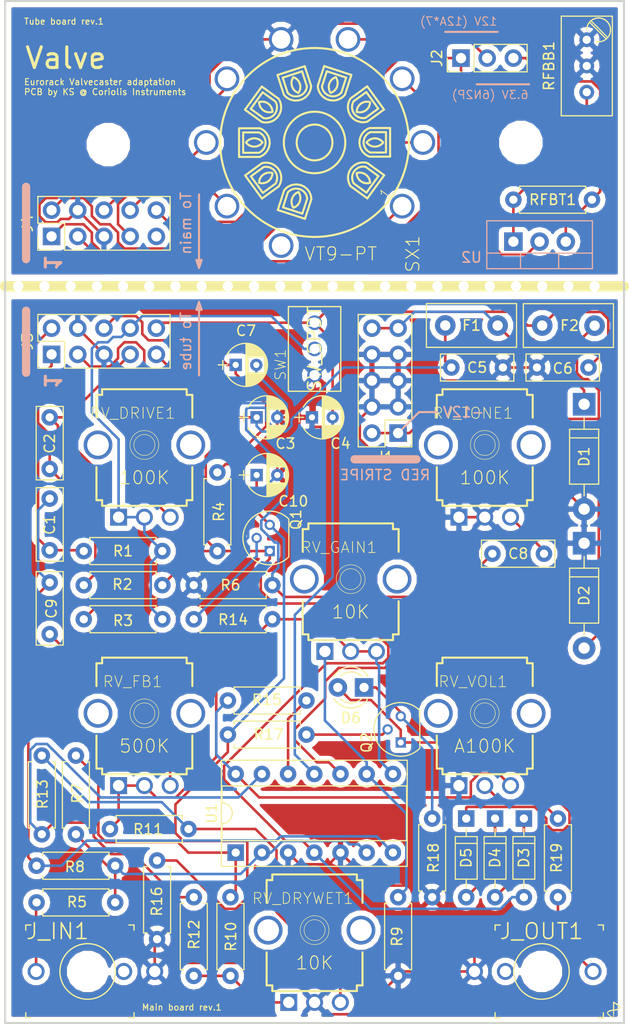
<source format=kicad_pcb>
(kicad_pcb (version 20171130) (host pcbnew "(2018-01-16 revision 495c4125f)-makepkg")
  (title_block (title Valve) (date 2018-01-22) (rev 1) (company "Coriolis Instruments") (comment 1 "Combined board with cutting lines."))
  (layers (0 F.Cu signal hide) (31 B.Cu signal hide) (34 B.Paste user hide) (35 F.Paste user hide) (36 B.SilkS user hide) (37 F.SilkS user) (38 B.Mask user hide) (39 F.Mask user hide) (44 Edge.Cuts user))
  (net 0 "")
  (net 1 "/Main board/TUBE_2")
  (net 2 "/Main board/TUBE_IN")
  (net 3 "/Main board/TUBE_1")
  (net 4 "/Main board/TUBE_7")
  (net 5 "/Main board/GND")
  (net 6 "/Main board/+12V")
  (net 7 "/Main board/-12V")
  (net 8 "/Main board/TUBE_6")
  (net 9 "Net-(C7-Pad2)")
  (net 10 "Net-(C8-Pad2)")
  (net 11 "Net-(C9-Pad2)")
  (net 12 "Net-(C10-Pad1)")
  (net 13 "Net-(D1-Pad1)")
  (net 14 "Net-(D2-Pad2)")
  (net 15 "Net-(D3-Pad1)")
  (net 16 "Net-(D4-Pad1)")
  (net 17 "Net-(D5-Pad1)")
  (net 18 "/Tube Board/-6.3V_TB")
  (net 19 "/Tube Board/TUBE_4_TB")
  (net 20 "/Tube Board/-12V_TB")
  (net 21 "/Main board/TUBE_8")
  (net 22 "/Main board/TUBE_3")
  (net 23 "/Tube Board/TUBE_8_TB")
  (net 24 "/Tube Board/TUBE_7_TB")
  (net 25 "/Tube Board/TUBE_6_TB")
  (net 26 "/Tube Board/GND_TB")
  (net 27 "/Tube Board/TUBE_3_TB")
  (net 28 "/Tube Board/TUBE_2_TB")
  (net 29 "/Tube Board/TUBE_1_TB")
  (net 30 "Net-(Q1-Pad2)")
  (net 31 "Net-(Q2-Pad2)")
  (net 32 "Net-(R5-Pad1)")
  (net 33 "Net-(J_IN1-Pad1)")
  (net 34 "/Main board/CLEAN")
  (net 35 "Net-(R9-Pad1)")
  (net 36 "Net-(R10-Pad1)")
  (net 37 "/Main board/TUBE_OUT")
  (net 38 "Net-(R11-Pad1)")
  (net 39 "Net-(R12-Pad1)")
  (net 40 "Net-(R15-Pad2)")
  (net 41 "Net-(R15-Pad1)")
  (net 42 "Net-(J_OUT1-Pad1)")
  (net 43 "Net-(R19-Pad2)")
  (net 44 "Net-(RFBB1-Pad3)")
  (net 45 "Net-(D6-Pad1)")
  (net 46 "/Tube Board/+12V_TB")
  (net 47 "Net-(J_IN1-Pad3)")
  (net 48 "Net-(J_OUT1-Pad3)")
  (net 49 "Net-(SX1-Pad9)")
  (module LEDs:LED_D3.0mm (layer F.Cu) (at 154.798 117.488 180)
    (fp_text reference D6 (at 1.27 -2.96 180) (layer F.SilkS))
    (fp_text value LED)
    (pad 2 thru_hole circle (at 2.54 0 180) (size 1.8 1.8) (drill 0.9) (layers *.Cu *.Mask) (net 17 "Net-(D5-Pad1)"))
    (pad 1 thru_hole rect (at 0 0 180) (size 1.8 1.8) (drill 0.9) (layers *.Cu *.Mask) (net 45 "Net-(D6-Pad1)"))
  )
  (module Coriolis-KiCad:MountingHole_1.1mm_M1 (layer F.Cu) (at 177.15 78.626)
    (fp_text reference REF** hide)
    (fp_text value MountingHole_1.1mm_M1 hide)
    (pad "" np_thru_hole circle (at 0 0) (size 1 1) (drill 1) (layers *.Cu *.Mask))
  )
  (module Coriolis-KiCad:MountingHole_1.1mm_M1 (layer F.Cu) (at 174.61 78.626)
    (fp_text reference REF** hide)
    (fp_text value MountingHole_1.1mm_M1 hide)
    (pad "" np_thru_hole circle (at 0 0) (size 1 1) (drill 1) (layers *.Cu *.Mask))
  )
  (module Coriolis-KiCad:MountingHole_1.1mm_M1 (layer F.Cu) (at 172.07 78.626)
    (fp_text reference REF** hide)
    (fp_text value MountingHole_1.1mm_M1 hide)
    (pad "" np_thru_hole circle (at 0 0) (size 1 1) (drill 1) (layers *.Cu *.Mask))
  )
  (module Coriolis-KiCad:MountingHole_1.1mm_M1 (layer F.Cu) (at 169.53 78.626)
    (fp_text reference REF** hide)
    (fp_text value MountingHole_1.1mm_M1 hide)
    (pad "" np_thru_hole circle (at 0 0) (size 1 1) (drill 1) (layers *.Cu *.Mask))
  )
  (module Coriolis-KiCad:MountingHole_1.1mm_M1 (layer F.Cu) (at 166.99 78.626)
    (fp_text reference REF** hide)
    (fp_text value MountingHole_1.1mm_M1 hide)
    (pad "" np_thru_hole circle (at 0 0) (size 1 1) (drill 1) (layers *.Cu *.Mask))
  )
  (module Coriolis-KiCad:MountingHole_1.1mm_M1 (layer F.Cu) (at 164.45 78.626)
    (fp_text reference REF** hide)
    (fp_text value MountingHole_1.1mm_M1 hide)
    (pad "" np_thru_hole circle (at 0 0) (size 1 1) (drill 1) (layers *.Cu *.Mask))
  )
  (module Coriolis-KiCad:MountingHole_1.1mm_M1 (layer F.Cu) (at 161.91 78.626)
    (fp_text reference REF** hide)
    (fp_text value MountingHole_1.1mm_M1 hide)
    (pad "" np_thru_hole circle (at 0 0) (size 1 1) (drill 1) (layers *.Cu *.Mask))
  )
  (module Coriolis-KiCad:MountingHole_1.1mm_M1 (layer F.Cu) (at 159.37 78.626)
    (fp_text reference REF** hide)
    (fp_text value MountingHole_1.1mm_M1 hide)
    (pad "" np_thru_hole circle (at 0 0) (size 1 1) (drill 1) (layers *.Cu *.Mask))
  )
  (module Coriolis-KiCad:MountingHole_1.1mm_M1 (layer F.Cu) (at 156.83 78.626)
    (fp_text reference REF** hide)
    (fp_text value MountingHole_1.1mm_M1 hide)
    (pad "" np_thru_hole circle (at 0 0) (size 1 1) (drill 1) (layers *.Cu *.Mask))
  )
  (module Coriolis-KiCad:MountingHole_1.1mm_M1 (layer F.Cu) (at 154.29 78.626)
    (fp_text reference REF** hide)
    (fp_text value MountingHole_1.1mm_M1 hide)
    (pad "" np_thru_hole circle (at 0 0) (size 1 1) (drill 1) (layers *.Cu *.Mask))
  )
  (module Coriolis-KiCad:MountingHole_1.1mm_M1 (layer F.Cu) (at 151.75 78.626)
    (fp_text reference REF** hide)
    (fp_text value MountingHole_1.1mm_M1 hide)
    (pad "" np_thru_hole circle (at 0 0) (size 1 1) (drill 1) (layers *.Cu *.Mask))
  )
  (module Coriolis-KiCad:MountingHole_1.1mm_M1 (layer F.Cu) (at 149.21 78.626)
    (fp_text reference REF** hide)
    (fp_text value MountingHole_1.1mm_M1 hide)
    (pad "" np_thru_hole circle (at 0 0) (size 1 1) (drill 1) (layers *.Cu *.Mask))
  )
  (module Coriolis-KiCad:MountingHole_1.1mm_M1 (layer F.Cu) (at 146.67 78.626)
    (fp_text reference REF** hide)
    (fp_text value MountingHole_1.1mm_M1 hide)
    (pad "" np_thru_hole circle (at 0 0) (size 1 1) (drill 1) (layers *.Cu *.Mask))
  )
  (module Coriolis-KiCad:MountingHole_1.1mm_M1 (layer F.Cu) (at 144.13 78.626)
    (fp_text reference REF** hide)
    (fp_text value MountingHole_1.1mm_M1 hide)
    (pad "" np_thru_hole circle (at 0 0) (size 1 1) (drill 1) (layers *.Cu *.Mask))
  )
  (module Coriolis-KiCad:MountingHole_1.1mm_M1 (layer F.Cu) (at 141.59 78.626)
    (fp_text reference REF** hide)
    (fp_text value MountingHole_1.1mm_M1 hide)
    (pad "" np_thru_hole circle (at 0 0) (size 1 1) (drill 1) (layers *.Cu *.Mask))
  )
  (module Coriolis-KiCad:MountingHole_1.1mm_M1 (layer F.Cu) (at 139.05 78.626)
    (fp_text reference REF** hide)
    (fp_text value MountingHole_1.1mm_M1 hide)
    (pad "" np_thru_hole circle (at 0 0) (size 1 1) (drill 1) (layers *.Cu *.Mask))
  )
  (module Coriolis-KiCad:MountingHole_1.1mm_M1 (layer F.Cu) (at 136.51 78.626)
    (fp_text reference REF** hide)
    (fp_text value MountingHole_1.1mm_M1 hide)
    (pad "" np_thru_hole circle (at 0 0) (size 1 1) (drill 1) (layers *.Cu *.Mask))
  )
  (module Coriolis-KiCad:MountingHole_1.1mm_M1 (layer F.Cu) (at 133.97 78.626)
    (fp_text reference REF** hide)
    (fp_text value MountingHole_1.1mm_M1 hide)
    (pad "" np_thru_hole circle (at 0 0) (size 1 1) (drill 1) (layers *.Cu *.Mask))
  )
  (module Coriolis-KiCad:MountingHole_1.1mm_M1 (layer F.Cu) (at 131.43 78.626)
    (fp_text reference REF** hide)
    (fp_text value MountingHole_1.1mm_M1 hide)
    (pad "" np_thru_hole circle (at 0 0) (size 1 1) (drill 1) (layers *.Cu *.Mask))
  )
  (module Coriolis-KiCad:MountingHole_1.1mm_M1 (layer F.Cu) (at 128.89 78.626)
    (fp_text reference REF** hide)
    (fp_text value MountingHole_1.1mm_M1 hide)
    (pad "" np_thru_hole circle (at 0 0) (size 1 1) (drill 1) (layers *.Cu *.Mask))
  )
  (module Coriolis-KiCad:MountingHole_1.1mm_M1 (layer F.Cu) (at 126.35 78.626)
    (fp_text reference REF** hide)
    (fp_text value MountingHole_1.1mm_M1 hide)
    (pad "" np_thru_hole circle (at 0 0) (size 1 1) (drill 1) (layers *.Cu *.Mask))
  )
  (module Coriolis-KiCad:MountingHole_1.1mm_M1 (layer F.Cu) (at 123.81 78.626)
    (fp_text reference REF** hide)
    (fp_text value MountingHole_1.1mm_M1 hide)
    (pad "" np_thru_hole circle (at 0 0) (size 1 1) (drill 1) (layers *.Cu *.Mask))
  )
  (module Coriolis-KiCad:9MM_SNAP-IN_POT (layer F.Cu) (at 153.5 107)
    (fp_text reference RV_GAIN1 (at -1.143 -3.0734) (layer F.SilkS) (effects (font (size 1.0668 1.0668) (thickness 0.0762))))
    (fp_text value 10K (at 0 3.175) (layer F.SilkS) (effects (font (size 1.27 1.27) (thickness 0.1016))))
    (pad CHASSIS2 thru_hole circle (at 4.49834 0) (size 2.794 2.794) (drill 2.09804) (layers *.Cu *.Paste *.Mask))
    (pad CHASSIS1 thru_hole circle (at -4.49834 0) (size 2.794 2.794) (drill 2.09804) (layers *.Cu *.Paste *.Mask))
    (pad 3 thru_hole circle (at 2.49936 6.9977) (size 1.64846 3.29946) (drill 1.09982) (layers *.Cu *.Paste *.Mask) (net 37 "/Main board/TUBE_OUT"))
    (pad 2 thru_hole circle (at 0 6.9977) (size 1.64846 3.29946) (drill 1.09982) (layers *.Cu *.Paste *.Mask) (net 37 "/Main board/TUBE_OUT"))
    (pad 1 thru_hole rect (at -2.49936 6.9977) (size 1.64846 1.64846) (drill 1.09982) (layers *.Cu *.Paste *.Mask) (net 35 "Net-(R9-Pad1)"))
  )
  (module Potentiometers:Potentiometer_Trimmer_Bourns_3296W (layer F.Cu) (at 176.388 54.75 90)
    (fp_text reference RFBB1 (at -2.54 -3.66 90) (layer F.SilkS))
    (fp_text value POT_TRIM)
    (pad 3 thru_hole circle (at -5.08 0 90) (size 1.44 1.44) (drill 0.8) (layers *.Cu *.Mask) (net 44 "Net-(RFBB1-Pad3)"))
    (pad 2 thru_hole circle (at -2.54 0 90) (size 1.44 1.44) (drill 0.8) (layers *.Cu *.Mask) (net 26 "/Tube Board/GND_TB"))
    (pad 1 thru_hole circle (at 0 0 90) (size 1.44 1.44) (drill 0.8) (layers *.Cu *.Mask) (net 26 "/Tube Board/GND_TB"))
  )
  (module Coriolis-KiCad:belton-engineering-VT9-PT (layer F.Cu) (at 150 64.7 270)
    (fp_text reference SX1 (at 10.795 -9.525 270) (layer F.SilkS) (effects (font (size 1.27 1.27) (thickness 0.1016))))
    (fp_text value VT9-PT (at 10.795 -2.54) (layer F.SilkS) (effects (font (size 1.27 1.27) (thickness 0.1016))))
    (fp_text user 1 (at 4.953 -6.858 234) (layer F.SilkS) (effects (font (size 1.016 1.016) (thickness 0.0762))))
    (pad 1 thru_hole circle (at 6.16966 -8.49376 270) (size 2.39776 2.39776) (drill 1.79832) (layers *.Cu *.Paste *.Mask) (net 29 "/Tube Board/TUBE_1_TB"))
    (pad 2 thru_hole circle (at 0 -10.49782 270) (size 2.39776 2.39776) (drill 1.79832) (layers *.Cu *.Paste *.Mask) (net 28 "/Tube Board/TUBE_2_TB"))
    (pad 3 thru_hole circle (at -6.16966 -8.49376 270) (size 2.39776 2.39776) (drill 1.79832) (layers *.Cu *.Paste *.Mask) (net 27 "/Tube Board/TUBE_3_TB"))
    (pad 4 thru_hole circle (at -9.98474 -3.24358 270) (size 2.39776 2.39776) (drill 1.79832) (layers *.Cu *.Paste *.Mask) (net 19 "/Tube Board/TUBE_4_TB"))
    (pad 5 thru_hole circle (at -9.98474 3.24358 270) (size 2.39776 2.39776) (drill 1.79832) (layers *.Cu *.Paste *.Mask) (net 26 "/Tube Board/GND_TB"))
    (pad 6 thru_hole circle (at -6.16966 8.49376 270) (size 2.39776 2.39776) (drill 1.79832) (layers *.Cu *.Paste *.Mask) (net 25 "/Tube Board/TUBE_6_TB"))
    (pad 7 thru_hole circle (at 0 10.49782 270) (size 2.39776 2.39776) (drill 1.79832) (layers *.Cu *.Paste *.Mask) (net 24 "/Tube Board/TUBE_7_TB"))
    (pad 8 thru_hole circle (at 6.16966 8.49376 270) (size 2.39776 2.39776) (drill 1.79832) (layers *.Cu *.Paste *.Mask) (net 23 "/Tube Board/TUBE_8_TB"))
    (pad 9 thru_hole circle (at 9.98474 3.24358 270) (size 2.39776 2.39776) (drill 1.79832) (layers *.Cu *.Paste *.Mask) (net 49 "Net-(SX1-Pad9)"))
  )
  (module Mounting_Holes:MountingHole_3.2mm_M3 (layer F.Cu) (at 130 64.7)
    (fp_text reference REF** hide)
    (fp_text value MountingHole_3.2mm_M3)
    (pad 1 np_thru_hole circle (at 0 0) (size 3.2 3.2) (drill 3.2) (layers *.Cu *.Mask))
  )
  (module Capacitors_THT:C_Rect_L7.0mm_W2.5mm_P5.00mm (layer F.Cu) (at 124.318 104.2 90)
    (fp_text reference C1 (at 2.46 0 90) (layer F.SilkS))
    (fp_text value 47nF)
    (pad 1 thru_hole circle (at 0 0 90) (size 1.6 1.6) (drill 0.8) (layers *.Cu *.Mask) (net 1 "/Main board/TUBE_2"))
    (pad 2 thru_hole circle (at 5 0 90) (size 1.6 1.6) (drill 0.8) (layers *.Cu *.Mask) (net 2 "/Main board/TUBE_IN"))
  )
  (module Capacitors_THT:C_Rect_L7.0mm_W2.5mm_P5.00mm (layer F.Cu) (at 124.318 91.326 270)
    (fp_text reference C2 (at 2.54 0 270) (layer F.SilkS))
    (fp_text value 47nF)
    (pad 2 thru_hole circle (at 5 0 270) (size 1.6 1.6) (drill 0.8) (layers *.Cu *.Mask) (net 3 "/Main board/TUBE_1"))
    (pad 1 thru_hole circle (at 0 0 270) (size 1.6 1.6) (drill 0.8) (layers *.Cu *.Mask) (net 4 "/Main board/TUBE_7"))
  )
  (module Capacitors_THT:CP_Radial_D4.0mm_P2.00mm (layer F.Cu) (at 144.384 91.326)
    (fp_text reference C3 (at 2.794 2.54) (layer F.SilkS))
    (fp_text value "10uF (25V)")
    (pad 2 thru_hole circle (at 2 0) (size 1.2 1.2) (drill 0.6) (layers *.Cu *.Mask) (net 5 "/Main board/GND"))
    (pad 1 thru_hole rect (at 0 0) (size 1.2 1.2) (drill 0.6) (layers *.Cu *.Mask) (net 6 "/Main board/+12V"))
  )
  (module Capacitors_THT:CP_Radial_D4.0mm_P2.00mm (layer F.Cu) (at 149.75 91.326)
    (fp_text reference C4 (at 2.762 2.54) (layer F.SilkS))
    (fp_text value "10uF (25V)")
    (pad 2 thru_hole circle (at 2 0) (size 1.2 1.2) (drill 0.6) (layers *.Cu *.Mask) (net 7 "/Main board/-12V"))
    (pad 1 thru_hole rect (at 0 0) (size 1.2 1.2) (drill 0.6) (layers *.Cu *.Mask) (net 5 "/Main board/GND"))
  )
  (module Capacitors_THT:C_Rect_L7.0mm_W2.5mm_P5.00mm (layer F.Cu) (at 163.26 86.5)
    (fp_text reference C5 (at 2.5 0) (layer F.SilkS))
    (fp_text value 100nF)
    (pad 1 thru_hole circle (at 0 0) (size 1.6 1.6) (drill 0.8) (layers *.Cu *.Mask) (net 6 "/Main board/+12V"))
    (pad 2 thru_hole circle (at 5 0) (size 1.6 1.6) (drill 0.8) (layers *.Cu *.Mask) (net 5 "/Main board/GND"))
  )
  (module Capacitors_THT:C_Rect_L7.0mm_W2.5mm_P5.00mm (layer F.Cu) (at 171.562 86.5)
    (fp_text reference C6 (at 2.503771 0.085099) (layer F.SilkS))
    (fp_text value 100nF)
    (pad 2 thru_hole circle (at 5 0) (size 1.6 1.6) (drill 0.8) (layers *.Cu *.Mask) (net 7 "/Main board/-12V"))
    (pad 1 thru_hole circle (at 0 0) (size 1.6 1.6) (drill 0.8) (layers *.Cu *.Mask) (net 5 "/Main board/GND"))
  )
  (module Capacitors_THT:CP_Radial_D4.0mm_P2.00mm (layer F.Cu) (at 142.352 86.246)
    (fp_text reference C7 (at 1 -3.31) (layer F.SilkS))
    (fp_text value "1uF (25V)")
    (pad 1 thru_hole rect (at 0 0) (size 1.2 1.2) (drill 0.6) (layers *.Cu *.Mask) (net 8 "/Main board/TUBE_6"))
    (pad 2 thru_hole circle (at 2 0) (size 1.2 1.2) (drill 0.6) (layers *.Cu *.Mask) (net 9 "Net-(C7-Pad2)"))
  )
  (module Capacitors_THT:C_Rect_L7.0mm_W2.5mm_P5.00mm (layer F.Cu) (at 167.244 104.534)
    (fp_text reference C8 (at 2.5 0) (layer F.SilkS))
    (fp_text value 10nF)
    (pad 2 thru_hole circle (at 5 0) (size 1.6 1.6) (drill 0.8) (layers *.Cu *.Mask) (net 10 "Net-(C8-Pad2)"))
    (pad 1 thru_hole circle (at 0 0) (size 1.6 1.6) (drill 0.8) (layers *.Cu *.Mask) (net 9 "Net-(C7-Pad2)"))
  )
  (module Capacitors_THT:C_Rect_L7.0mm_W2.5mm_P5.00mm (layer F.Cu) (at 124.318 107.328 270)
    (fp_text reference C9 (at 2.525771 -0.168901 270) (layer F.SilkS))
    (fp_text value 100nF)
    (pad 1 thru_hole circle (at 0 0 270) (size 1.6 1.6) (drill 0.8) (layers *.Cu *.Mask) (net 2 "/Main board/TUBE_IN"))
    (pad 2 thru_hole circle (at 5 0 270) (size 1.6 1.6) (drill 0.8) (layers *.Cu *.Mask) (net 11 "Net-(C9-Pad2)"))
  )
  (module Capacitors_THT:CP_Radial_D4.0mm_P2.00mm (layer F.Cu) (at 144.384 96.914)
    (fp_text reference C10 (at 3.556 2.54) (layer F.SilkS))
    (fp_text value "10uF (25V)")
    (pad 1 thru_hole rect (at 0 0) (size 1.2 1.2) (drill 0.6) (layers *.Cu *.Mask) (net 12 "Net-(C10-Pad1)"))
    (pad 2 thru_hole circle (at 2 0) (size 1.2 1.2) (drill 0.6) (layers *.Cu *.Mask) (net 5 "/Main board/GND"))
  )
  (module Diodes_THT:D_DO-41_SOD81_P10.16mm_Horizontal (layer F.Cu) (at 176.134 90.056 270)
    (fp_text reference D1 (at 5.08 0 270) (layer F.SilkS))
    (fp_text value IN4001)
    (pad 2 thru_hole oval (at 10.16 0 270) (size 2.2 2.2) (drill 1.1) (layers *.Cu *.Mask) (net 5 "/Main board/GND"))
    (pad 1 thru_hole rect (at 0 0 270) (size 2.2 2.2) (drill 1.1) (layers *.Cu *.Mask) (net 13 "Net-(D1-Pad1)"))
  )
  (module Diodes_THT:D_DO-41_SOD81_P10.16mm_Horizontal (layer F.Cu) (at 176.134 103.518 270)
    (fp_text reference D2 (at 5.08 0 270) (layer F.SilkS))
    (fp_text value IN4001)
    (pad 1 thru_hole rect (at 0 0 270) (size 2.2 2.2) (drill 1.1) (layers *.Cu *.Mask) (net 5 "/Main board/GND"))
    (pad 2 thru_hole oval (at 10.16 0 270) (size 2.2 2.2) (drill 1.1) (layers *.Cu *.Mask) (net 14 "Net-(D2-Pad2)"))
  )
  (module Diodes_THT:D_DO-35_SOD27_P7.62mm_Horizontal (layer F.Cu) (at 170.292 130.188 270)
    (fp_text reference D3 (at 3.81 0 270) (layer F.SilkS))
    (fp_text value IN4148)
    (pad 2 thru_hole oval (at 7.62 0 270) (size 1.6 1.6) (drill 0.8) (layers *.Cu *.Mask) (net 6 "/Main board/+12V"))
    (pad 1 thru_hole rect (at 0 0 270) (size 1.6 1.6) (drill 0.8) (layers *.Cu *.Mask) (net 15 "Net-(D3-Pad1)"))
  )
  (module Diodes_THT:D_DO-35_SOD27_P7.62mm_Horizontal (layer F.Cu) (at 167.498 130.188 270)
    (fp_text reference D4 (at 3.81 0 270) (layer F.SilkS))
    (fp_text value IN4148)
    (pad 1 thru_hole rect (at 0 0 270) (size 1.6 1.6) (drill 0.8) (layers *.Cu *.Mask) (net 16 "Net-(D4-Pad1)"))
    (pad 2 thru_hole oval (at 7.62 0 270) (size 1.6 1.6) (drill 0.8) (layers *.Cu *.Mask) (net 15 "Net-(D3-Pad1)"))
  )
  (module Diodes_THT:D_DO-35_SOD27_P7.62mm_Horizontal (layer F.Cu) (at 164.704 130.188 270)
    (fp_text reference D5 (at 3.81 0.001099 270) (layer F.SilkS))
    (fp_text value IN4148)
    (pad 2 thru_hole oval (at 7.62 0 270) (size 1.6 1.6) (drill 0.8) (layers *.Cu *.Mask) (net 16 "Net-(D4-Pad1)"))
    (pad 1 thru_hole rect (at 0 0 270) (size 1.6 1.6) (drill 0.8) (layers *.Cu *.Mask) (net 17 "Net-(D5-Pad1)"))
  )
  (module Fuse_Holders_and_Fuses:Fuse_TE5_Littlefuse-395Series (layer F.Cu) (at 162.672 82.426)
    (fp_text reference F1 (at 2.54 0) (layer F.SilkS))
    (fp_text value 72V/0.25A)
    (pad 2 thru_hole circle (at 5.08 0.01) (size 2 2) (drill 1) (layers *.Cu *.Mask) (net 13 "Net-(D1-Pad1)"))
    (pad 1 thru_hole circle (at 0 0) (size 2 2) (drill 1) (layers *.Cu *.Mask) (net 6 "/Main board/+12V"))
  )
  (module Fuse_Holders_and_Fuses:Fuse_TE5_Littlefuse-395Series (layer F.Cu) (at 172.07 82.436)
    (fp_text reference F2 (at 2.65 0) (layer F.SilkS))
    (fp_text value 72V/0.25A)
    (pad 1 thru_hole circle (at 0 0) (size 2 2) (drill 1) (layers *.Cu *.Mask) (net 7 "/Main board/-12V"))
    (pad 2 thru_hole circle (at 5.08 0.01) (size 2 2) (drill 1) (layers *.Cu *.Mask) (net 14 "Net-(D2-Pad2)"))
  )
  (module Pin_Headers:Pin_Header_Straight_2x05_Pitch2.54mm (layer F.Cu) (at 158.1 92.85 180)
    (fp_text reference J1 (at 1.27 -2.33 180) (layer F.SilkS))
    (fp_text value Conn_02x05_Odd_Even)
    (pad 1 thru_hole rect (at 0 0 180) (size 1.7 1.7) (drill 1) (layers *.Cu *.Mask) (net 14 "Net-(D2-Pad2)"))
    (pad 2 thru_hole oval (at 2.54 0 180) (size 1.7 1.7) (drill 1) (layers *.Cu *.Mask) (net 14 "Net-(D2-Pad2)"))
    (pad 3 thru_hole oval (at 0 2.54 180) (size 1.7 1.7) (drill 1) (layers *.Cu *.Mask) (net 5 "/Main board/GND"))
    (pad 4 thru_hole oval (at 2.54 2.54 180) (size 1.7 1.7) (drill 1) (layers *.Cu *.Mask) (net 5 "/Main board/GND"))
    (pad 5 thru_hole oval (at 0 5.08 180) (size 1.7 1.7) (drill 1) (layers *.Cu *.Mask) (net 5 "/Main board/GND"))
    (pad 6 thru_hole oval (at 2.54 5.08 180) (size 1.7 1.7) (drill 1) (layers *.Cu *.Mask) (net 5 "/Main board/GND"))
    (pad 7 thru_hole oval (at 0 7.62 180) (size 1.7 1.7) (drill 1) (layers *.Cu *.Mask) (net 5 "/Main board/GND"))
    (pad 8 thru_hole oval (at 2.54 7.62 180) (size 1.7 1.7) (drill 1) (layers *.Cu *.Mask) (net 5 "/Main board/GND"))
    (pad 9 thru_hole oval (at 0 10.16 180) (size 1.7 1.7) (drill 1) (layers *.Cu *.Mask) (net 13 "Net-(D1-Pad1)"))
    (pad 10 thru_hole oval (at 2.54 10.16 180) (size 1.7 1.7) (drill 1) (layers *.Cu *.Mask) (net 13 "Net-(D1-Pad1)"))
  )
  (module Pin_Headers:Pin_Header_Straight_1x03_Pitch2.54mm (layer F.Cu) (at 164.196 56.528 90)
    (fp_text reference J2 (at 0 -2.33 90) (layer F.SilkS))
    (fp_text value Conn_01x03_Male)
    (pad 3 thru_hole oval (at 0 5.08 90) (size 1.7 1.7) (drill 1) (layers *.Cu *.Mask) (net 18 "/Tube Board/-6.3V_TB"))
    (pad 2 thru_hole oval (at 0 2.54 90) (size 1.7 1.7) (drill 1) (layers *.Cu *.Mask) (net 19 "/Tube Board/TUBE_4_TB"))
    (pad 1 thru_hole rect (at 0 0 90) (size 1.7 1.7) (drill 1) (layers *.Cu *.Mask) (net 20 "/Tube Board/-12V_TB"))
  )
  (module Pin_Headers:Pin_Header_Straight_2x05_Pitch2.54mm (layer F.Cu) (at 124.5 85.23 90)
    (fp_text reference J3 (at 1.27 -2.33 90) (layer F.SilkS))
    (fp_text value Conn_02x05_Odd_Even)
    (pad 10 thru_hole oval (at 2.54 10.16 90) (size 1.7 1.7) (drill 1) (layers *.Cu *.Mask) (net 7 "/Main board/-12V"))
    (pad 9 thru_hole oval (at 0 10.16 90) (size 1.7 1.7) (drill 1) (layers *.Cu *.Mask) (net 6 "/Main board/+12V"))
    (pad 8 thru_hole oval (at 2.54 7.62 90) (size 1.7 1.7) (drill 1) (layers *.Cu *.Mask) (net 21 "/Main board/TUBE_8"))
    (pad 7 thru_hole oval (at 0 7.62 90) (size 1.7 1.7) (drill 1) (layers *.Cu *.Mask) (net 4 "/Main board/TUBE_7"))
    (pad 6 thru_hole oval (at 2.54 5.08 90) (size 1.7 1.7) (drill 1) (layers *.Cu *.Mask) (net 8 "/Main board/TUBE_6"))
    (pad 5 thru_hole oval (at 0 5.08 90) (size 1.7 1.7) (drill 1) (layers *.Cu *.Mask) (net 5 "/Main board/GND"))
    (pad 4 thru_hole oval (at 2.54 2.54 90) (size 1.7 1.7) (drill 1) (layers *.Cu *.Mask) (net 5 "/Main board/GND"))
    (pad 3 thru_hole oval (at 0 2.54 90) (size 1.7 1.7) (drill 1) (layers *.Cu *.Mask) (net 22 "/Main board/TUBE_3"))
    (pad 2 thru_hole oval (at 2.54 0 90) (size 1.7 1.7) (drill 1) (layers *.Cu *.Mask) (net 1 "/Main board/TUBE_2"))
    (pad 1 thru_hole rect (at 0 0 90) (size 1.7 1.7) (drill 1) (layers *.Cu *.Mask) (net 3 "/Main board/TUBE_1"))
  )
  (module Pin_Headers:Pin_Header_Straight_2x05_Pitch2.54mm (layer F.Cu) (at 124.5 73.8 90)
    (fp_text reference J4 (at 1.27 -2.33 90) (layer F.SilkS))
    (fp_text value Conn_02x05_Odd_Even)
    (pad 10 thru_hole oval (at 2.54 10.16 90) (size 1.7 1.7) (drill 1) (layers *.Cu *.Mask) (net 20 "/Tube Board/-12V_TB"))
    (pad 9 thru_hole oval (at 0 10.16 90) (size 1.7 1.7) (drill 1) (layers *.Cu *.Mask) (net 46 "/Tube Board/+12V_TB"))
    (pad 8 thru_hole oval (at 2.54 7.62 90) (size 1.7 1.7) (drill 1) (layers *.Cu *.Mask) (net 23 "/Tube Board/TUBE_8_TB"))
    (pad 7 thru_hole oval (at 0 7.62 90) (size 1.7 1.7) (drill 1) (layers *.Cu *.Mask) (net 24 "/Tube Board/TUBE_7_TB"))
    (pad 6 thru_hole oval (at 2.54 5.08 90) (size 1.7 1.7) (drill 1) (layers *.Cu *.Mask) (net 25 "/Tube Board/TUBE_6_TB"))
    (pad 5 thru_hole oval (at 0 5.08 90) (size 1.7 1.7) (drill 1) (layers *.Cu *.Mask) (net 26 "/Tube Board/GND_TB"))
    (pad 4 thru_hole oval (at 2.54 2.54 90) (size 1.7 1.7) (drill 1) (layers *.Cu *.Mask) (net 26 "/Tube Board/GND_TB"))
    (pad 3 thru_hole oval (at 0 2.54 90) (size 1.7 1.7) (drill 1) (layers *.Cu *.Mask) (net 27 "/Tube Board/TUBE_3_TB"))
    (pad 2 thru_hole oval (at 2.54 0 90) (size 1.7 1.7) (drill 1) (layers *.Cu *.Mask) (net 28 "/Tube Board/TUBE_2_TB"))
    (pad 1 thru_hole rect (at 0 0 90) (size 1.7 1.7) (drill 1) (layers *.Cu *.Mask) (net 29 "/Tube Board/TUBE_1_TB"))
  )
  (module Coriolis-KiCad:WQP-PJ301M-12_JACK (layer F.Cu) (at 128 145 90)
    (fp_text reference J_IN1 (at 3.89 -2.92 180) (layer F.SilkS) (effects (font (size 1.524 1.524))))
    (fp_text value Audio-Jack-2_Switch hide)
    (pad 2 thru_hole circle (at 0 6.49986 90) (size 1.64846 1.64846) (drill 1.09982) (layers *.Cu *.Paste *.Mask) (net 5 "/Main board/GND"))
    (pad 3 thru_hole circle (at 0 3.49758 90) (size 1.64846 1.64846) (drill 1.09982) (layers *.Cu *.Paste *.Mask) (net 47 "Net-(J_IN1-Pad3)"))
    (pad 1 thru_hole circle (at 0 -4.99872 90) (size 1.64846 1.64846) (drill 1.09982) (layers *.Cu *.Paste *.Mask) (net 33 "Net-(J_IN1-Pad1)"))
    (pad "" np_thru_hole circle (at 0 0 90) (size 3 3) (drill 3) (layers *.Cu *.Mask))
  )
  (module Coriolis-KiCad:WQP-PJ301M-12_JACK (layer F.Cu) (at 172 145 270)
    (fp_text reference J_OUT1 (at -3.89 0) (layer F.SilkS) (effects (font (size 1.524 1.524))))
    (fp_text value Audio-Jack-2_Switch hide)
    (pad "" np_thru_hole circle (at 0 0 270) (size 3 3) (drill 3) (layers *.Cu *.Mask))
    (pad 1 thru_hole circle (at 0 -4.99872 270) (size 1.64846 1.64846) (drill 1.09982) (layers *.Cu *.Paste *.Mask) (net 42 "Net-(J_OUT1-Pad1)"))
    (pad 3 thru_hole circle (at 0 3.49758 270) (size 1.64846 1.64846) (drill 1.09982) (layers *.Cu *.Paste *.Mask) (net 48 "Net-(J_OUT1-Pad3)"))
    (pad 2 thru_hole circle (at 0 6.49986 270) (size 1.64846 1.64846) (drill 1.09982) (layers *.Cu *.Paste *.Mask) (net 5 "/Main board/GND"))
  )
  (module TO_SOT_Packages_THT:TO-92_Molded_Narrow (layer F.Cu) (at 145.654 104.28 90)
    (fp_text reference Q1 (at 3.048 2.54 90) (layer F.SilkS))
    (fp_text value BC547)
    (pad 2 thru_hole circle (at 1.27 -1.27 180) (size 1 1) (drill 0.6) (layers *.Cu *.Mask) (net 30 "Net-(Q1-Pad2)"))
    (pad 3 thru_hole circle (at 2.54 0 180) (size 1 1) (drill 0.6) (layers *.Cu *.Mask) (net 12 "Net-(C10-Pad1)"))
    (pad 1 thru_hole rect (at 0 0 180) (size 1 1) (drill 0.6) (layers *.Cu *.Mask) (net 6 "/Main board/+12V"))
  )
  (module TO_SOT_Packages_THT:TO-92_Molded_Narrow (layer F.Cu) (at 158.354 122.822 90)
    (fp_text reference Q2 (at 0 -3.302 90) (layer F.SilkS))
    (fp_text value BC557)
    (pad 1 thru_hole rect (at 0 0 180) (size 1 1) (drill 0.6) (layers *.Cu *.Mask) (net 17 "Net-(D5-Pad1)"))
    (pad 3 thru_hole circle (at 2.54 0 180) (size 1 1) (drill 0.6) (layers *.Cu *.Mask) (net 45 "Net-(D6-Pad1)"))
    (pad 2 thru_hole circle (at 1.27 -1.27 180) (size 1 1) (drill 0.6) (layers *.Cu *.Mask) (net 31 "Net-(Q2-Pad2)"))
  )
  (module Resistors_THT:R_Axial_DIN0207_L6.3mm_D2.5mm_P7.62mm_Horizontal (layer F.Cu) (at 135.24 104.28 180)
    (fp_text reference R1 (at 3.81 0 180) (layer F.SilkS))
    (fp_text value 1M)
    (pad 1 thru_hole circle (at 0 0 180) (size 1.6 1.6) (drill 0.8) (layers *.Cu *.Mask) (net 21 "/Main board/TUBE_8"))
    (pad 2 thru_hole oval (at 7.62 0 180) (size 1.6 1.6) (drill 0.8) (layers *.Cu *.Mask) (net 1 "/Main board/TUBE_2"))
  )
  (module Resistors_THT:R_Axial_DIN0207_L6.3mm_D2.5mm_P7.62mm_Horizontal (layer F.Cu) (at 127.62 107.582)
    (fp_text reference R2 (at 3.747771 -0.068901) (layer F.SilkS))
    (fp_text value 220K)
    (pad 2 thru_hole oval (at 7.62 0) (size 1.6 1.6) (drill 0.8) (layers *.Cu *.Mask) (net 6 "/Main board/+12V"))
    (pad 1 thru_hole circle (at 0 0) (size 1.6 1.6) (drill 0.8) (layers *.Cu *.Mask) (net 3 "/Main board/TUBE_1"))
  )
  (module Resistors_THT:R_Axial_DIN0207_L6.3mm_D2.5mm_P7.62mm_Horizontal (layer F.Cu) (at 135.24 110.884 180)
    (fp_text reference R3 (at 3.81 -0.138901 180) (layer F.SilkS))
    (fp_text value 470K)
    (pad 2 thru_hole oval (at 7.62 0 180) (size 1.6 1.6) (drill 0.8) (layers *.Cu *.Mask) (net 4 "/Main board/TUBE_7"))
    (pad 1 thru_hole circle (at 0 0 180) (size 1.6 1.6) (drill 0.8) (layers *.Cu *.Mask) (net 21 "/Main board/TUBE_8"))
  )
  (module Resistors_THT:R_Axial_DIN0207_L6.3mm_D2.5mm_P7.62mm_Horizontal (layer F.Cu) (at 140.574 96.66 270)
    (fp_text reference R4 (at 3.81 -0.150901 270) (layer F.SilkS))
    (fp_text value 100K)
    (pad 1 thru_hole circle (at 0 0 270) (size 1.6 1.6) (drill 0.8) (layers *.Cu *.Mask) (net 8 "/Main board/TUBE_6"))
    (pad 2 thru_hole oval (at 7.62 0 270) (size 1.6 1.6) (drill 0.8) (layers *.Cu *.Mask) (net 6 "/Main board/+12V"))
  )
  (module Resistors_THT:R_Axial_DIN0207_L6.3mm_D2.5mm_P7.62mm_Horizontal (layer F.Cu) (at 130.668 138.316 180)
    (fp_text reference R5 (at 3.707771 0.037099 180) (layer F.SilkS))
    (fp_text value 10K)
    (pad 1 thru_hole circle (at 0 0 180) (size 1.6 1.6) (drill 0.8) (layers *.Cu *.Mask) (net 32 "Net-(R5-Pad1)"))
    (pad 2 thru_hole oval (at 7.62 0 180) (size 1.6 1.6) (drill 0.8) (layers *.Cu *.Mask) (net 33 "Net-(J_IN1-Pad1)"))
  )
  (module Resistors_THT:R_Axial_DIN0207_L6.3mm_D2.5mm_P7.62mm_Horizontal (layer F.Cu) (at 138.288 107.582)
    (fp_text reference R6 (at 3.556 0) (layer F.SilkS))
    (fp_text value 150K)
    (pad 2 thru_hole oval (at 7.62 0) (size 1.6 1.6) (drill 0.8) (layers *.Cu *.Mask) (net 9 "Net-(C7-Pad2)"))
    (pad 1 thru_hole circle (at 0 0) (size 1.6 1.6) (drill 0.8) (layers *.Cu *.Mask) (net 5 "/Main board/GND"))
  )
  (module Resistors_THT:R_Axial_DIN0207_L6.3mm_D2.5mm_P7.62mm_Horizontal (layer F.Cu) (at 126.858 124.092 270)
    (fp_text reference R7 (at 3.667771 -0.150901 270) (layer F.SilkS))
    (fp_text value 10K)
    (pad 2 thru_hole oval (at 7.62 0 270) (size 1.6 1.6) (drill 0.8) (layers *.Cu *.Mask) (net 32 "Net-(R5-Pad1)"))
    (pad 1 thru_hole circle (at 0 0 270) (size 1.6 1.6) (drill 0.8) (layers *.Cu *.Mask) (net 34 "/Main board/CLEAN"))
  )
  (module Resistors_THT:R_Axial_DIN0207_L6.3mm_D2.5mm_P7.62mm_Horizontal (layer F.Cu) (at 123.048 134.76)
    (fp_text reference R8 (at 3.707771 0.111099) (layer F.SilkS))
    (fp_text value 10K)
    (pad 1 thru_hole circle (at 0 0) (size 1.6 1.6) (drill 0.8) (layers *.Cu *.Mask) (net 2 "/Main board/TUBE_IN"))
    (pad 2 thru_hole oval (at 7.62 0) (size 1.6 1.6) (drill 0.8) (layers *.Cu *.Mask) (net 32 "Net-(R5-Pad1)"))
  )
  (module Resistors_THT:R_Axial_DIN0207_L6.3mm_D2.5mm_P7.62mm_Horizontal (layer F.Cu) (at 158.1 137.808 270)
    (fp_text reference R9 (at 3.81 0.107099 270) (layer F.SilkS))
    (fp_text value 1K)
    (pad 2 thru_hole oval (at 7.62 0 270) (size 1.6 1.6) (drill 0.8) (layers *.Cu *.Mask) (net 5 "/Main board/GND"))
    (pad 1 thru_hole circle (at 0 0 270) (size 1.6 1.6) (drill 0.8) (layers *.Cu *.Mask) (net 35 "Net-(R9-Pad1)"))
  )
  (module Resistors_THT:R_Axial_DIN0207_L6.3mm_D2.5mm_P7.62mm_Horizontal (layer F.Cu) (at 141.844 145.428 90)
    (fp_text reference R10 (at 3.81 0.045099 90) (layer F.SilkS))
    (fp_text value 15K)
    (pad 1 thru_hole circle (at 0 0 90) (size 1.6 1.6) (drill 0.8) (layers *.Cu *.Mask) (net 36 "Net-(R10-Pad1)"))
    (pad 2 thru_hole oval (at 7.62 0 90) (size 1.6 1.6) (drill 0.8) (layers *.Cu *.Mask) (net 34 "/Main board/CLEAN"))
  )
  (module Resistors_THT:R_Axial_DIN0207_L6.3mm_D2.5mm_P7.62mm_Horizontal (layer F.Cu) (at 137.78 131.204 180)
    (fp_text reference R11 (at 3.917771 -0.028901 180) (layer F.SilkS))
    (fp_text value 15K)
    (pad 2 thru_hole oval (at 7.62 0 180) (size 1.6 1.6) (drill 0.8) (layers *.Cu *.Mask) (net 37 "/Main board/TUBE_OUT"))
    (pad 1 thru_hole circle (at 0 0 180) (size 1.6 1.6) (drill 0.8) (layers *.Cu *.Mask) (net 38 "Net-(R11-Pad1)"))
  )
  (module Resistors_THT:R_Axial_DIN0207_L6.3mm_D2.5mm_P7.62mm_Horizontal (layer F.Cu) (at 138.288 137.808 270)
    (fp_text reference R12 (at 3.623771 -0.028901 270) (layer F.SilkS))
    (fp_text value 15K)
    (pad 2 thru_hole oval (at 7.62 0 270) (size 1.6 1.6) (drill 0.8) (layers *.Cu *.Mask) (net 36 "Net-(R10-Pad1)"))
    (pad 1 thru_hole circle (at 0 0 270) (size 1.6 1.6) (drill 0.8) (layers *.Cu *.Mask) (net 39 "Net-(R12-Pad1)"))
  )
  (module Resistors_THT:R_Axial_DIN0207_L6.3mm_D2.5mm_P7.62mm_Horizontal (layer F.Cu) (at 123.556 131.712 90)
    (fp_text reference R13 (at 3.881771 0.049099 90) (layer F.SilkS))
    (fp_text value 15K)
    (pad 1 thru_hole circle (at 0 0 90) (size 1.6 1.6) (drill 0.8) (layers *.Cu *.Mask) (net 39 "Net-(R12-Pad1)"))
    (pad 2 thru_hole oval (at 7.62 0 90) (size 1.6 1.6) (drill 0.8) (layers *.Cu *.Mask) (net 38 "Net-(R11-Pad1)"))
  )
  (module Resistors_THT:R_Axial_DIN0207_L6.3mm_D2.5mm_P7.62mm_Horizontal (layer F.Cu) (at 138.288 110.884)
    (fp_text reference R14 (at 3.81 0.041099) (layer F.SilkS))
    (fp_text value 10K)
    (pad 1 thru_hole circle (at 0 0) (size 1.6 1.6) (drill 0.8) (layers *.Cu *.Mask) (net 30 "Net-(Q1-Pad2)"))
    (pad 2 thru_hole oval (at 7.62 0) (size 1.6 1.6) (drill 0.8) (layers *.Cu *.Mask) (net 37 "/Main board/TUBE_OUT"))
  )
  (module Resistors_THT:R_Axial_DIN0207_L6.3mm_D2.5mm_P7.62mm_Horizontal (layer F.Cu) (at 141.59 118.758)
    (fp_text reference R15 (at 3.783771 -0.072901) (layer F.SilkS))
    (fp_text value 51K)
    (pad 2 thru_hole oval (at 7.62 0) (size 1.6 1.6) (drill 0.8) (layers *.Cu *.Mask) (net 40 "Net-(R15-Pad2)"))
    (pad 1 thru_hole circle (at 0 0) (size 1.6 1.6) (drill 0.8) (layers *.Cu *.Mask) (net 41 "Net-(R15-Pad1)"))
  )
  (module Resistors_THT:R_Axial_DIN0207_L6.3mm_D2.5mm_P7.62mm_Horizontal (layer F.Cu) (at 134.732 141.872 90)
    (fp_text reference R16 (at 3.655771 -0.024901 90) (layer F.SilkS))
    (fp_text value 100K)
    (pad 2 thru_hole oval (at 7.62 0 90) (size 1.6 1.6) (drill 0.8) (layers *.Cu *.Mask) (net 12 "Net-(C10-Pad1)"))
    (pad 1 thru_hole circle (at 0 0 90) (size 1.6 1.6) (drill 0.8) (layers *.Cu *.Mask) (net 5 "/Main board/GND"))
  )
  (module Resistors_THT:R_Axial_DIN0207_L6.3mm_D2.5mm_P7.62mm_Horizontal (layer F.Cu) (at 149.21 122.06 180)
    (fp_text reference R17 (at 3.667771 0.037099 180) (layer F.SilkS))
    (fp_text value 10K)
    (pad 1 thru_hole circle (at 0 0 180) (size 1.6 1.6) (drill 0.8) (layers *.Cu *.Mask) (net 31 "Net-(Q2-Pad2)"))
    (pad 2 thru_hole oval (at 7.62 0 180) (size 1.6 1.6) (drill 0.8) (layers *.Cu *.Mask) (net 12 "Net-(C10-Pad1)"))
  )
  (module Resistors_THT:R_Axial_DIN0207_L6.3mm_D2.5mm_P7.62mm_Horizontal (layer F.Cu) (at 161.402 137.808 90)
    (fp_text reference R18 (at 3.81 0.119099 90) (layer F.SilkS))
    (fp_text value 680r)
    (pad 2 thru_hole oval (at 7.62 0 90) (size 1.6 1.6) (drill 0.8) (layers *.Cu *.Mask) (net 45 "Net-(D6-Pad1)"))
    (pad 1 thru_hole circle (at 0 0 90) (size 1.6 1.6) (drill 0.8) (layers *.Cu *.Mask) (net 5 "/Main board/GND"))
  )
  (module Resistors_THT:R_Axial_DIN0207_L6.3mm_D2.5mm_P7.62mm_Horizontal (layer F.Cu) (at 173.594 137.808 90)
    (fp_text reference R19 (at 3.81 -0.138901 90) (layer F.SilkS))
    (fp_text value 470r)
    (pad 1 thru_hole circle (at 0 0 90) (size 1.6 1.6) (drill 0.8) (layers *.Cu *.Mask) (net 42 "Net-(J_OUT1-Pad1)"))
    (pad 2 thru_hole oval (at 7.62 0 90) (size 1.6 1.6) (drill 0.8) (layers *.Cu *.Mask) (net 43 "Net-(R19-Pad2)"))
  )
  (module Resistors_THT:R_Axial_DIN0207_L6.3mm_D2.5mm_P7.62mm_Horizontal (layer F.Cu) (at 169.276 70.244)
    (fp_text reference RFBT1 (at 3.81 0) (layer F.SilkS))
    (fp_text value 150r)
    (pad 1 thru_hole circle (at 0 0) (size 1.6 1.6) (drill 0.8) (layers *.Cu *.Mask) (net 44 "Net-(RFBB1-Pad3)"))
    (pad 2 thru_hole oval (at 7.62 0) (size 1.6 1.6) (drill 0.8) (layers *.Cu *.Mask) (net 18 "/Tube Board/-6.3V_TB"))
  )
  (module Coriolis-KiCad:9MM_SNAP-IN_POT (layer F.Cu) (at 133.5 94)
    (fp_text reference RV_DRIVE1 (at -1.143 -3.0734) (layer F.SilkS) (effects (font (size 1.0668 1.0668) (thickness 0.0762))))
    (fp_text value 100K (at 0 3.175) (layer F.SilkS) (effects (font (size 1.27 1.27) (thickness 0.1016))))
    (pad CHASSIS2 thru_hole circle (at 4.49834 0) (size 2.794 2.794) (drill 2.09804) (layers *.Cu *.Paste *.Mask))
    (pad CHASSIS1 thru_hole circle (at -4.49834 0) (size 2.794 2.794) (drill 2.09804) (layers *.Cu *.Paste *.Mask))
    (pad 3 thru_hole circle (at 2.49936 6.9977) (size 1.64846 3.29946) (drill 1.09982) (layers *.Cu *.Paste *.Mask) (net 22 "/Main board/TUBE_3"))
    (pad 2 thru_hole circle (at 0 6.9977) (size 1.64846 3.29946) (drill 1.09982) (layers *.Cu *.Paste *.Mask) (net 21 "/Main board/TUBE_8"))
    (pad 1 thru_hole rect (at -2.49936 6.9977) (size 1.64846 1.64846) (drill 1.09982) (layers *.Cu *.Paste *.Mask) (net 21 "/Main board/TUBE_8"))
  )
  (module Coriolis-KiCad:9MM_SNAP-IN_POT (layer F.Cu) (at 150 141)
    (fp_text reference RV_DRYWET1 (at -1.143 -3.0734) (layer F.SilkS) (effects (font (size 1.0668 1.0668) (thickness 0.0762))))
    (fp_text value 10K (at 0 3.175) (layer F.SilkS) (effects (font (size 1.27 1.27) (thickness 0.1016))))
    (pad 1 thru_hole rect (at -2.49936 6.9977) (size 1.64846 1.64846) (drill 1.09982) (layers *.Cu *.Paste *.Mask) (net 36 "Net-(R10-Pad1)"))
    (pad 2 thru_hole circle (at 0 6.9977) (size 1.64846 3.29946) (drill 1.09982) (layers *.Cu *.Paste *.Mask) (net 5 "/Main board/GND"))
    (pad 3 thru_hole circle (at 2.49936 6.9977) (size 1.64846 3.29946) (drill 1.09982) (layers *.Cu *.Paste *.Mask) (net 38 "Net-(R11-Pad1)"))
    (pad CHASSIS1 thru_hole circle (at -4.49834 0) (size 2.794 2.794) (drill 2.09804) (layers *.Cu *.Paste *.Mask))
    (pad CHASSIS2 thru_hole circle (at 4.49834 0) (size 2.794 2.794) (drill 2.09804) (layers *.Cu *.Paste *.Mask))
  )
  (module Coriolis-KiCad:9MM_SNAP-IN_POT (layer F.Cu) (at 133.5 120)
    (fp_text reference RV_FB1 (at -1.143 -3.0734) (layer F.SilkS) (effects (font (size 1.0668 1.0668) (thickness 0.0762))))
    (fp_text value 500K (at 0 3.175) (layer F.SilkS) (effects (font (size 1.27 1.27) (thickness 0.1016))))
    (pad 1 thru_hole rect (at -2.49936 6.9977) (size 1.64846 1.64846) (drill 1.09982) (layers *.Cu *.Paste *.Mask) (net 37 "/Main board/TUBE_OUT"))
    (pad 2 thru_hole circle (at 0 6.9977) (size 1.64846 3.29946) (drill 1.09982) (layers *.Cu *.Paste *.Mask) (net 37 "/Main board/TUBE_OUT"))
    (pad 3 thru_hole circle (at 2.49936 6.9977) (size 1.64846 3.29946) (drill 1.09982) (layers *.Cu *.Paste *.Mask) (net 11 "Net-(C9-Pad2)"))
    (pad CHASSIS1 thru_hole circle (at -4.49834 0) (size 2.794 2.794) (drill 2.09804) (layers *.Cu *.Paste *.Mask))
    (pad CHASSIS2 thru_hole circle (at 4.49834 0) (size 2.794 2.794) (drill 2.09804) (layers *.Cu *.Paste *.Mask))
  )
  (module Coriolis-KiCad:9MM_SNAP-IN_POT (layer F.Cu) (at 166.5 94)
    (fp_text reference RV_TONE1 (at -1.143 -3.0734) (layer F.SilkS) (effects (font (size 1.0668 1.0668) (thickness 0.0762))))
    (fp_text value 100K (at 0 3.175) (layer F.SilkS) (effects (font (size 1.27 1.27) (thickness 0.1016))))
    (pad 1 thru_hole rect (at -2.49936 6.9977) (size 1.64846 1.64846) (drill 1.09982) (layers *.Cu *.Paste *.Mask) (net 5 "/Main board/GND"))
    (pad 2 thru_hole circle (at 0 6.9977) (size 1.64846 3.29946) (drill 1.09982) (layers *.Cu *.Paste *.Mask) (net 5 "/Main board/GND"))
    (pad 3 thru_hole circle (at 2.49936 6.9977) (size 1.64846 3.29946) (drill 1.09982) (layers *.Cu *.Paste *.Mask) (net 10 "Net-(C8-Pad2)"))
    (pad CHASSIS1 thru_hole circle (at -4.49834 0) (size 2.794 2.794) (drill 2.09804) (layers *.Cu *.Paste *.Mask))
    (pad CHASSIS2 thru_hole circle (at 4.49834 0) (size 2.794 2.794) (drill 2.09804) (layers *.Cu *.Paste *.Mask))
  )
  (module Coriolis-KiCad:9MM_SNAP-IN_POT (layer F.Cu) (at 166.5 120)
    (fp_text reference RV_VOL1 (at -1.143 -3.0734) (layer F.SilkS) (effects (font (size 1.0668 1.0668) (thickness 0.0762))))
    (fp_text value A100K (at 0 3.175) (layer F.SilkS) (effects (font (size 1.27 1.27) (thickness 0.1016))))
    (pad CHASSIS2 thru_hole circle (at 4.49834 0) (size 2.794 2.794) (drill 2.09804) (layers *.Cu *.Paste *.Mask))
    (pad CHASSIS1 thru_hole circle (at -4.49834 0) (size 2.794 2.794) (drill 2.09804) (layers *.Cu *.Paste *.Mask))
    (pad 3 thru_hole circle (at 2.49936 6.9977) (size 1.64846 3.29946) (drill 1.09982) (layers *.Cu *.Paste *.Mask) (net 41 "Net-(R15-Pad1)"))
    (pad 2 thru_hole circle (at 0 6.9977) (size 1.64846 3.29946) (drill 1.09982) (layers *.Cu *.Paste *.Mask) (net 43 "Net-(R19-Pad2)"))
    (pad 1 thru_hole rect (at -2.49936 6.9977) (size 1.64846 1.64846) (drill 1.09982) (layers *.Cu *.Paste *.Mask) (net 5 "/Main board/GND"))
  )
  (module Coriolis-KiCad:SUBMINI_TOGGLE (layer F.Cu) (at 150 84.7 90)
    (fp_text reference SW1 (at -1.524 -3.302 90) (layer F.SilkS) (effects (font (size 1.016 1.016) (thickness 0.0762))))
    (fp_text value SW_SPDT (at 0 0 90) (layer F.SilkS) (effects (font (size 1.27 1.27))))
    (pad 1 thru_hole circle (at -2.54 0 90) (size 1.4224 1.4224) (drill 0.99822) (layers *.Cu *.Paste *.Mask) (net 5 "/Main board/GND"))
    (pad 3 thru_hole circle (at 2.54 0 90) (size 1.4224 1.4224) (drill 0.99822) (layers *.Cu *.Paste *.Mask) (net 7 "/Main board/-12V"))
    (pad 2 thru_hole circle (at 0 0 90) (size 1.4224 1.4224) (drill 0.99822) (layers *.Cu *.Paste *.Mask) (net 21 "/Main board/TUBE_8"))
  )
  (module Housings_DIP:DIP-14_W7.62mm_Socket (layer F.Cu) (at 142.352 133.49 90)
    (fp_text reference U1 (at 3.81 -2.33 90) (layer F.SilkS))
    (fp_text value TL074)
    (pad 14 thru_hole oval (at 7.62 0 90) (size 1.6 1.6) (drill 0.8) (layers *.Cu *.Mask) (net 41 "Net-(R15-Pad1)"))
    (pad 7 thru_hole oval (at 0 15.24 90) (size 1.6 1.6) (drill 0.8) (layers *.Cu *.Mask) (net 2 "/Main board/TUBE_IN"))
    (pad 13 thru_hole oval (at 7.62 2.54 90) (size 1.6 1.6) (drill 0.8) (layers *.Cu *.Mask) (net 39 "Net-(R12-Pad1)"))
    (pad 6 thru_hole oval (at 0 12.7 90) (size 1.6 1.6) (drill 0.8) (layers *.Cu *.Mask) (net 32 "Net-(R5-Pad1)"))
    (pad 12 thru_hole oval (at 7.62 5.08 90) (size 1.6 1.6) (drill 0.8) (layers *.Cu *.Mask) (net 40 "Net-(R15-Pad2)"))
    (pad 5 thru_hole oval (at 0 10.16 90) (size 1.6 1.6) (drill 0.8) (layers *.Cu *.Mask) (net 5 "/Main board/GND"))
    (pad 11 thru_hole oval (at 7.62 7.62 90) (size 1.6 1.6) (drill 0.8) (layers *.Cu *.Mask) (net 7 "/Main board/-12V"))
    (pad 4 thru_hole oval (at 0 7.62 90) (size 1.6 1.6) (drill 0.8) (layers *.Cu *.Mask) (net 6 "/Main board/+12V"))
    (pad 10 thru_hole oval (at 7.62 10.16 90) (size 1.6 1.6) (drill 0.8) (layers *.Cu *.Mask) (net 9 "Net-(C7-Pad2)"))
    (pad 3 thru_hole oval (at 0 5.08 90) (size 1.6 1.6) (drill 0.8) (layers *.Cu *.Mask) (net 5 "/Main board/GND"))
    (pad 9 thru_hole oval (at 7.62 12.7 90) (size 1.6 1.6) (drill 0.8) (layers *.Cu *.Mask) (net 35 "Net-(R9-Pad1)"))
    (pad 2 thru_hole oval (at 0 2.54 90) (size 1.6 1.6) (drill 0.8) (layers *.Cu *.Mask) (net 32 "Net-(R5-Pad1)"))
    (pad 8 thru_hole oval (at 7.62 15.24 90) (size 1.6 1.6) (drill 0.8) (layers *.Cu *.Mask) (net 37 "/Main board/TUBE_OUT"))
    (pad 1 thru_hole rect (at 0 0 90) (size 1.6 1.6) (drill 0.8) (layers *.Cu *.Mask) (net 34 "/Main board/CLEAN"))
  )
  (module TO_SOT_Packages_THT:TO-220-3_Vertical (layer B.Cu) (at 169.276 74.308)
    (fp_text reference U2 (at -4.064 1.524) (layer B.SilkS) (effects (justify mirror)))
    (fp_text value LM337_TO220)
    (pad 3 thru_hole oval (at 5.08 0) (size 1.8 1.8) (drill 1) (layers *.Cu *.Mask) (net 18 "/Tube Board/-6.3V_TB"))
    (pad 2 thru_hole oval (at 2.54 0) (size 1.8 1.8) (drill 1) (layers *.Cu *.Mask) (net 20 "/Tube Board/-12V_TB"))
    (pad 1 thru_hole rect (at 0 0) (size 1.8 1.8) (drill 1) (layers *.Cu *.Mask) (net 44 "Net-(RFBB1-Pad3)"))
  )
  (module Mounting_Holes:MountingHole_3.2mm_M3 (layer F.Cu) (at 170 64.7)
    (fp_text reference REF** hide)
    (fp_text value MountingHole_3.2mm_M3)
    (pad 1 np_thru_hole circle (at 0 0) (size 3.2 3.2) (drill 3.2) (layers *.Cu *.Mask))
  )
  (module Coriolis-KiCad:MountingHole_1.1mm_M1 (layer F.Cu) (at 121.27 78.626)
    (fp_text reference REF** hide)
    (fp_text value MountingHole_1.1mm_M1 hide)
    (pad "" np_thru_hole circle (at 0 0) (size 1 1) (drill 1) (layers *.Cu *.Mask))
  )
  (module Coriolis-KiCad:CoriolisEmblem (layer F.Cu) (at 178.5216 148.8316)
    (fp_text reference REF** hide)
    (fp_text value CoriolisLogo)
  )
  (gr_line (start 138.542 80.912) (end 138.796 80.15) (layer B.SilkS) (width 0.2))
  (gr_line (start 139.05 80.912) (end 138.542 80.912) (layer B.SilkS) (width 0.2))
  (gr_line (start 138.796 80.15) (end 139.05 80.912) (layer B.SilkS) (width 0.2))
  (gr_line (start 138.796 87.262) (end 138.796 80.15) (layer B.SilkS) (width 0.2))
  (gr_line (start 139.05 76.086) (end 138.796 76.848) (layer B.SilkS) (width 0.2))
  (gr_line (start 138.542 76.086) (end 139.05 76.086) (layer B.SilkS) (width 0.2))
  (gr_line (start 138.796 76.848) (end 138.542 76.086) (layer B.SilkS) (width 0.2))
  (gr_line (start 138.796 69.736) (end 138.796 76.848) (layer B.SilkS) (width 0.2))
  (gr_text "To main" (at 137.526 72.53 90) (layer B.SilkS) (effects (font (size 1 1)) (justify mirror)))
  (gr_text "To tube" (at 137.526 83.96 90) (layer B.SilkS) (effects (font (size 1 1)) (justify mirror)))
  (gr_line (start 160.132 90.818) (end 161.91 90.818) (layer B.SilkS) (width 0.2))
  (gr_line (start 158.1 92.85) (end 160.132 90.818) (layer B.SilkS) (width 0.2))
  (gr_text -12V (at 164.45 90.818) (layer B.SilkS) (effects (font (size 1 1)) (justify mirror)))
  (gr_text "RED STRIPE" (at 156.83 96.914) (layer B.SilkS) (effects (font (size 1 1)) (justify mirror)))
  (gr_line (start 153.878 95.39) (end 159.878 95.39) (layer B.SilkS) (width 0.8))
  (gr_text "Main board rev.1" (at 133.208 148.476) (layer F.SilkS) (effects (font (size 0.6 0.6) (thickness 0.1)) (justify left)))
  (gr_line (start 120 78.626) (end 180 78.626) (layer F.SilkS) (width 1))
  (gr_text 1 (at 124.572 87.77 270) (layer B.SilkS) (effects (font (size 1.5 1.5) (thickness 0.3)) (justify mirror)))
  (gr_line (start 122.032 81) (end 122.032 87) (layer B.SilkS) (width 0.8))
  (gr_text "Eurorack Valvecaster adaptation\nPCB by KS @ Coriolis Instruments" (at 121.778 59.322) (layer F.SilkS) (effects (font (size 0.6 0.6) (thickness 0.1)) (justify left)))
  (gr_text Valve (at 121.778 56.528) (layer F.SilkS) (effects (font (size 2 2) (thickness 0.3)) (justify left)))
  (gr_text "Tube board rev.1" (at 121.778 52.972) (layer F.SilkS) (effects (font (size 0.6 0.6) (thickness 0.1)) (justify left)))
  (gr_text "6.3V (6N2P)" (at 170.8 60.084) (layer B.SilkS) (effects (font (size 0.8 0.8) (thickness 0.1)) (justify left mirror)))
  (gr_text "12V (12A*7)" (at 167.752 52.972) (layer B.SilkS) (effects (font (size 0.8 0.8) (thickness 0.1)) (justify left mirror)))
  (gr_line (start 165.72 59.068) (end 170.8 59.068) (layer B.SilkS) (width 0.2))
  (gr_line (start 162.672 53.988) (end 167.752 53.988) (layer B.SilkS) (width 0.2))
  (gr_text 1 (at 124.572 76.34 270) (layer B.SilkS) (effects (font (size 1.5 1.5) (thickness 0.3)) (justify mirror)))
  (gr_line (start 122.032 69) (end 122.032 76) (layer B.SilkS) (width 0.8))
  (gr_line (start 180 51) (end 180 150) (layer Edge.Cuts) (width 0.2))
  (gr_line (start 120 150) (end 120 51) (layer Edge.Cuts) (width 0.2))
  (gr_line (start 120 150) (end 180 150) (layer Edge.Cuts) (width 0.2))
  (gr_line (start 120 51) (end 180 51) (layer Edge.Cuts) (width 0.2))
  (segment (start 122.742988 92.052401) (end 123.192999 92.502411) (width 0.25) (layer F.Cu) (net 1))
  (segment (start 123.192999 92.502411) (end 123.192999 103.074999) (width 0.25) (layer F.Cu) (net 1))
  (segment (start 124.5 82.69) (end 122.742988 84.447012) (width 0.25) (layer F.Cu) (net 1))
  (segment (start 122.742988 84.447012) (end 122.742988 92.052401) (width 0.25) (layer F.Cu) (net 1))
  (segment (start 123.518001 103.400001) (end 124.318 104.2) (width 0.25) (layer F.Cu) (net 1))
  (segment (start 123.192999 103.074999) (end 123.518001 103.400001) (width 0.25) (layer F.Cu) (net 1))
  (segment (start 124.318 104.2) (end 127.54 104.2) (width 0.25) (layer F.Cu) (net 1))
  (segment (start 127.54 104.2) (end 127.62 104.28) (width 0.25) (layer F.Cu) (net 1))
  (segment (start 127.906001 132.329001) (end 146.291587 132.329001) (width 0.25) (layer B.Cu) (net 2))
  (segment (start 146.705599 131.914988) (end 156.016988 131.914988) (width 0.25) (layer B.Cu) (net 2))
  (segment (start 123.048 134.76) (end 125.475002 134.76) (width 0.25) (layer B.Cu) (net 2))
  (segment (start 125.475002 134.76) (end 127.906001 132.329001) (width 0.25) (layer B.Cu) (net 2))
  (segment (start 156.792001 132.690001) (end 157.592 133.49) (width 0.25) (layer B.Cu) (net 2))
  (segment (start 156.016988 131.914988) (end 156.792001 132.690001) (width 0.25) (layer B.Cu) (net 2))
  (segment (start 146.291587 132.329001) (end 146.705599 131.914988) (width 0.25) (layer B.Cu) (net 2))
  (segment (start 124.318 107.328) (end 122.248001 109.397999) (width 0.25) (layer F.Cu) (net 2))
  (segment (start 122.248001 109.397999) (end 122.248001 133.960001) (width 0.25) (layer F.Cu) (net 2))
  (segment (start 122.248001 133.960001) (end 123.048 134.76) (width 0.25) (layer F.Cu) (net 2))
  (segment (start 124.318 99.2) (end 123.192999 100.325001) (width 0.25) (layer B.Cu) (net 2))
  (segment (start 123.192999 100.325001) (end 123.192999 106.202999) (width 0.25) (layer B.Cu) (net 2))
  (segment (start 123.192999 106.202999) (end 123.518001 106.528001) (width 0.25) (layer B.Cu) (net 2))
  (segment (start 123.518001 106.528001) (end 124.318 107.328) (width 0.25) (layer B.Cu) (net 2))
  (segment (start 124.318 96.326) (end 128.745001 100.753001) (width 0.25) (layer F.Cu) (net 3))
  (segment (start 128.745001 100.753001) (end 128.745001 106.456999) (width 0.25) (layer F.Cu) (net 3))
  (segment (start 128.745001 106.456999) (end 128.419999 106.782001) (width 0.25) (layer F.Cu) (net 3))
  (segment (start 128.419999 106.782001) (end 127.62 107.582) (width 0.25) (layer F.Cu) (net 3))
  (segment (start 124.318 92.991002) (end 123.192999 91.866001) (width 0.25) (layer F.Cu) (net 3))
  (segment (start 124.318 96.326) (end 124.318 92.991002) (width 0.25) (layer F.Cu) (net 3))
  (segment (start 123.192999 91.866001) (end 123.192999 87.637001) (width 0.25) (layer F.Cu) (net 3))
  (segment (start 123.192999 87.637001) (end 124.5 86.33) (width 0.25) (layer F.Cu) (net 3))
  (segment (start 124.5 86.33) (end 124.5 85.23) (width 0.25) (layer F.Cu) (net 3))
  (segment (start 127.62 110.884) (end 129.195012 109.308988) (width 0.25) (layer F.Cu) (net 4))
  (segment (start 129.195012 99.630602) (end 128.745001 99.180591) (width 0.25) (layer F.Cu) (net 4))
  (segment (start 128.745001 99.180591) (end 128.745001 96.291903) (width 0.25) (layer F.Cu) (net 4))
  (segment (start 128.745001 96.291903) (end 125.117999 92.664901) (width 0.25) (layer F.Cu) (net 4))
  (segment (start 125.117999 92.125999) (end 124.318 91.326) (width 0.25) (layer F.Cu) (net 4))
  (segment (start 125.117999 92.664901) (end 125.117999 92.125999) (width 0.25) (layer F.Cu) (net 4))
  (segment (start 129.195012 109.308988) (end 129.195012 99.630602) (width 0.25) (layer F.Cu) (net 4))
  (segment (start 132.12 85.23) (end 126.024 91.326) (width 0.25) (layer F.Cu) (net 4))
  (segment (start 126.024 91.326) (end 124.318 91.326) (width 0.25) (layer F.Cu) (net 4))
  (segment (start 146.384 90.477472) (end 146.384 91.326) (width 0.25) (layer B.Cu) (net 5))
  (segment (start 134.300988 89.950988) (end 145.857516 89.950988) (width 0.25) (layer B.Cu) (net 5))
  (segment (start 129.58 85.23) (end 134.300988 89.950988) (width 0.25) (layer B.Cu) (net 5))
  (segment (start 145.857516 89.950988) (end 146.384 90.477472) (width 0.25) (layer B.Cu) (net 5))
  (segment (start 164.00064 126.9977) (end 164.00064 100.9977) (width 0.25) (layer B.Cu) (net 5))
  (segment (start 154.381069 149.146931) (end 151.149231 149.146931) (width 0.25) (layer F.Cu) (net 5))
  (segment (start 151.149231 149.146931) (end 150.824229 148.821929) (width 0.25) (layer F.Cu) (net 5))
  (segment (start 158.1 145.428) (end 154.381069 149.146931) (width 0.25) (layer F.Cu) (net 5))
  (segment (start 150.824229 148.821929) (end 150 147.9977) (width 0.25) (layer F.Cu) (net 5))
  (segment (start 134.49986 145) (end 135.324089 144.175771) (width 0.25) (layer F.Cu) (net 5))
  (segment (start 135.324089 144.175771) (end 146.178071 144.175771) (width 0.25) (layer F.Cu) (net 5))
  (segment (start 146.178071 144.175771) (end 149.175771 147.173471) (width 0.25) (layer F.Cu) (net 5))
  (segment (start 149.175771 147.173471) (end 150 147.9977) (width 0.25) (layer F.Cu) (net 5))
  (segment (start 134.49986 145) (end 134.49986 142.10414) (width 0.25) (layer F.Cu) (net 5))
  (segment (start 134.49986 142.10414) (end 134.732 141.872) (width 0.25) (layer F.Cu) (net 5))
  (segment (start 152.512 133.49) (end 151.386999 134.615001) (width 0.25) (layer F.Cu) (net 5))
  (segment (start 151.386999 134.615001) (end 148.557001 134.615001) (width 0.25) (layer F.Cu) (net 5))
  (segment (start 148.557001 134.615001) (end 148.231999 134.289999) (width 0.25) (layer F.Cu) (net 5))
  (segment (start 148.231999 134.289999) (end 147.432 133.49) (width 0.25) (layer F.Cu) (net 5))
  (segment (start 161.402 137.808) (end 160.276999 136.682999) (width 0.25) (layer F.Cu) (net 5))
  (segment (start 160.276999 136.682999) (end 155.704999 136.682999) (width 0.25) (layer F.Cu) (net 5))
  (segment (start 155.704999 136.682999) (end 153.311999 134.289999) (width 0.25) (layer F.Cu) (net 5))
  (segment (start 153.311999 134.289999) (end 152.512 133.49) (width 0.25) (layer F.Cu) (net 5))
  (segment (start 161.402 137.808) (end 162.527001 136.682999) (width 0.25) (layer B.Cu) (net 5))
  (segment (start 162.527001 136.682999) (end 162.527001 129.545569) (width 0.25) (layer B.Cu) (net 5))
  (segment (start 162.527001 129.545569) (end 164.00064 128.07193) (width 0.25) (layer B.Cu) (net 5))
  (segment (start 164.00064 128.07193) (end 164.00064 126.9977) (width 0.25) (layer B.Cu) (net 5))
  (segment (start 165.50014 145) (end 158.528 145) (width 0.25) (layer F.Cu) (net 5))
  (segment (start 158.528 145) (end 158.1 145.428) (width 0.25) (layer F.Cu) (net 5))
  (segment (start 161.402 137.808) (end 165.50014 141.90614) (width 0.25) (layer F.Cu) (net 5))
  (segment (start 165.50014 141.90614) (end 165.50014 145) (width 0.25) (layer F.Cu) (net 5))
  (segment (start 138.288 107.582) (end 139.087999 106.782001) (width 0.25) (layer B.Cu) (net 5))
  (segment (start 139.087999 106.782001) (end 139.737001 106.782001) (width 0.25) (layer B.Cu) (net 5))
  (segment (start 139.737001 106.782001) (end 143.558999 102.960003) (width 0.25) (layer B.Cu) (net 5))
  (segment (start 143.558999 102.960003) (end 143.558999 99.739001) (width 0.25) (layer B.Cu) (net 5))
  (segment (start 143.558999 99.739001) (end 145.784001 97.513999) (width 0.25) (layer B.Cu) (net 5))
  (segment (start 145.784001 97.513999) (end 146.384 96.914) (width 0.25) (layer B.Cu) (net 5))
  (segment (start 149.75 91.326) (end 149.75 92.176) (width 0.25) (layer F.Cu) (net 5))
  (segment (start 149.75 92.176) (end 149.825001 92.251001) (width 0.25) (layer F.Cu) (net 5))
  (segment (start 149.825001 92.251001) (end 153.618999 92.251001) (width 0.25) (layer F.Cu) (net 5))
  (segment (start 153.618999 92.251001) (end 154.384999 91.485001) (width 0.25) (layer F.Cu) (net 5))
  (segment (start 176.134 100.216) (end 176.134 103.518) (width 0.25) (layer F.Cu) (net 5))
  (segment (start 166.5 100.9977) (end 168.381699 99.116001) (width 0.25) (layer F.Cu) (net 5))
  (segment (start 168.381699 99.116001) (end 175.034001 99.116001) (width 0.25) (layer F.Cu) (net 5))
  (segment (start 175.034001 99.116001) (end 176.134 100.216) (width 0.25) (layer F.Cu) (net 5))
  (segment (start 164.00064 100.9977) (end 166.5 100.9977) (width 0.25) (layer F.Cu) (net 5))
  (segment (start 155.56 90.31) (end 154.384999 91.485001) (width 0.25) (layer F.Cu) (net 5))
  (segment (start 154.384999 91.485001) (end 154.384999 93.414001) (width 0.25) (layer F.Cu) (net 5))
  (segment (start 154.384999 93.414001) (end 161.968698 100.9977) (width 0.25) (layer F.Cu) (net 5))
  (segment (start 161.968698 100.9977) (end 162.92641 100.9977) (width 0.25) (layer F.Cu) (net 5))
  (segment (start 162.92641 100.9977) (end 164.00064 100.9977) (width 0.25) (layer F.Cu) (net 5))
  (segment (start 168.26 86.5) (end 169.39137 86.5) (width 0.25) (layer F.Cu) (net 5))
  (segment (start 169.39137 86.5) (end 171.562 86.5) (width 0.25) (layer F.Cu) (net 5))
  (segment (start 158.1 87.77) (end 166.99 87.77) (width 0.25) (layer F.Cu) (net 5))
  (segment (start 166.99 87.77) (end 168.26 86.5) (width 0.25) (layer F.Cu) (net 5))
  (segment (start 127.04 82.69) (end 127.889999 83.539999) (width 0.25) (layer F.Cu) (net 5))
  (segment (start 127.889999 83.539999) (end 129.58 85.23) (width 0.25) (layer F.Cu) (net 5))
  (segment (start 146.384 91.326) (end 146.384 92.174528) (width 0.25) (layer F.Cu) (net 5))
  (segment (start 146.384 92.174528) (end 146.384 96.914) (width 0.25) (layer F.Cu) (net 5))
  (segment (start 149.75 91.326) (end 148.9 91.326) (width 0.25) (layer F.Cu) (net 5))
  (segment (start 148.9 91.326) (end 146.384 91.326) (width 0.25) (layer F.Cu) (net 5))
  (segment (start 150 87.24) (end 150 91.076) (width 0.25) (layer F.Cu) (net 5))
  (segment (start 150 91.076) (end 149.75 91.326) (width 0.25) (layer F.Cu) (net 5))
  (segment (start 155.56 87.77) (end 155.56 88.972081) (width 0.25) (layer F.Cu) (net 5))
  (segment (start 155.56 88.972081) (end 155.56 90.31) (width 0.25) (layer F.Cu) (net 5))
  (segment (start 158.1 90.31) (end 158.1 87.77) (width 0.25) (layer F.Cu) (net 5))
  (segment (start 155.56 90.31) (end 156.762081 90.31) (width 0.25) (layer F.Cu) (net 5))
  (segment (start 156.762081 90.31) (end 158.1 90.31) (width 0.25) (layer F.Cu) (net 5))
  (segment (start 155.56 87.77) (end 156.762081 87.77) (width 0.25) (layer F.Cu) (net 5))
  (segment (start 156.762081 87.77) (end 158.1 87.77) (width 0.25) (layer F.Cu) (net 5))
  (segment (start 155.56 85.23) (end 155.56 87.77) (width 0.25) (layer F.Cu) (net 5))
  (segment (start 158.1 85.23) (end 158.1 86.432081) (width 0.25) (layer F.Cu) (net 5))
  (segment (start 158.1 86.432081) (end 158.1 87.77) (width 0.25) (layer F.Cu) (net 5))
  (segment (start 155.56 85.23) (end 156.762081 85.23) (width 0.25) (layer F.Cu) (net 5))
  (segment (start 156.762081 85.23) (end 158.1 85.23) (width 0.25) (layer F.Cu) (net 5))
  (segment (start 153.062523 109.36) (end 146.020998 109.36) (width 0.25) (layer F.Cu) (net 6))
  (segment (start 146.020998 109.36) (end 144.782999 108.122001) (width 0.25) (layer F.Cu) (net 6))
  (segment (start 144.782999 108.122001) (end 144.782999 105.901001) (width 0.25) (layer F.Cu) (net 6))
  (segment (start 144.782999 105.901001) (end 145.654 105.03) (width 0.25) (layer F.Cu) (net 6))
  (segment (start 145.654 105.03) (end 145.654 104.28) (width 0.25) (layer F.Cu) (net 6))
  (segment (start 157.148591 114.629409) (end 157.148591 113.446068) (width 0.25) (layer F.Cu) (net 6))
  (segment (start 156.631069 115.146931) (end 157.148591 114.629409) (width 0.25) (layer F.Cu) (net 6))
  (segment (start 157.148591 113.446068) (end 153.062523 109.36) (width 0.25) (layer F.Cu) (net 6))
  (segment (start 141.226999 125.075999) (end 151.156067 115.146931) (width 0.25) (layer F.Cu) (net 6))
  (segment (start 141.226999 126.410001) (end 141.226999 125.075999) (width 0.25) (layer F.Cu) (net 6))
  (segment (start 148.846999 132.364999) (end 147.181997 132.364999) (width 0.25) (layer F.Cu) (net 6))
  (segment (start 149.972 133.49) (end 148.846999 132.364999) (width 0.25) (layer F.Cu) (net 6))
  (segment (start 147.181997 132.364999) (end 141.226999 126.410001) (width 0.25) (layer F.Cu) (net 6))
  (segment (start 151.156067 115.146931) (end 156.631069 115.146931) (width 0.25) (layer F.Cu) (net 6))
  (segment (start 144.909012 92.701012) (end 147.201399 92.701012) (width 0.25) (layer B.Cu) (net 6))
  (segment (start 147.759012 92.143399) (end 147.759012 91.531986) (width 0.25) (layer B.Cu) (net 6))
  (segment (start 147.201399 92.701012) (end 147.759012 92.143399) (width 0.25) (layer B.Cu) (net 6))
  (segment (start 162.12863 86.5) (end 163.26 86.5) (width 0.25) (layer B.Cu) (net 6))
  (segment (start 152.790998 86.5) (end 162.12863 86.5) (width 0.25) (layer B.Cu) (net 6))
  (segment (start 147.759012 91.531986) (end 152.790998 86.5) (width 0.25) (layer B.Cu) (net 6))
  (segment (start 144.384 91.326) (end 144.384 92.176) (width 0.25) (layer B.Cu) (net 6))
  (segment (start 144.384 92.176) (end 144.909012 92.701012) (width 0.25) (layer B.Cu) (net 6))
  (segment (start 170.292 137.808) (end 169.16063 137.808) (width 0.25) (layer B.Cu) (net 6))
  (segment (start 169.16063 137.808) (end 168.035629 138.933001) (width 0.25) (layer B.Cu) (net 6))
  (segment (start 168.035629 138.933001) (end 155.415001 138.933001) (width 0.25) (layer B.Cu) (net 6))
  (segment (start 155.415001 138.933001) (end 150.771999 134.289999) (width 0.25) (layer B.Cu) (net 6))
  (segment (start 150.771999 134.289999) (end 149.972 133.49) (width 0.25) (layer B.Cu) (net 6))
  (segment (start 140.574 104.28) (end 139.448999 103.154999) (width 0.25) (layer F.Cu) (net 6))
  (segment (start 139.448999 103.154999) (end 139.448999 95.097903) (width 0.25) (layer F.Cu) (net 6))
  (segment (start 139.448999 95.097903) (end 140.756 93.790902) (width 0.25) (layer F.Cu) (net 6))
  (segment (start 140.756 93.790902) (end 140.756 91.326) (width 0.25) (layer F.Cu) (net 6))
  (segment (start 140.574 104.28) (end 145.654 104.28) (width 0.25) (layer F.Cu) (net 6))
  (segment (start 135.24 107.582) (end 138.542 104.28) (width 0.25) (layer F.Cu) (net 6))
  (segment (start 138.542 104.28) (end 140.574 104.28) (width 0.25) (layer F.Cu) (net 6))
  (segment (start 162.672 82.426) (end 162.672 85.912) (width 0.25) (layer F.Cu) (net 6))
  (segment (start 162.672 85.912) (end 163.26 86.5) (width 0.25) (layer F.Cu) (net 6))
  (segment (start 144.384 91.326) (end 140.756 91.326) (width 0.25) (layer F.Cu) (net 6))
  (segment (start 140.756 91.326) (end 134.66 85.23) (width 0.25) (layer F.Cu) (net 6))
  (segment (start 151.75 91.326) (end 151.75 106.800222) (width 0.25) (layer B.Cu) (net 7))
  (segment (start 151.75 106.800222) (end 148.084999 110.465223) (width 0.25) (layer B.Cu) (net 7))
  (segment (start 148.084999 110.465223) (end 148.084999 123.982999) (width 0.25) (layer B.Cu) (net 7))
  (segment (start 148.084999 123.982999) (end 149.172001 125.070001) (width 0.25) (layer B.Cu) (net 7))
  (segment (start 149.172001 125.070001) (end 149.972 125.87) (width 0.25) (layer B.Cu) (net 7))
  (segment (start 150 82.16) (end 135.19 82.16) (width 0.25) (layer F.Cu) (net 7))
  (segment (start 135.19 82.16) (end 134.66 82.69) (width 0.25) (layer F.Cu) (net 7))
  (segment (start 150 82.16) (end 151.75 83.91) (width 0.25) (layer F.Cu) (net 7))
  (segment (start 151.75 83.91) (end 151.75 91.326) (width 0.25) (layer F.Cu) (net 7))
  (segment (start 172.07 82.436) (end 170.655787 82.436) (width 0.25) (layer F.Cu) (net 7))
  (segment (start 170.655787 82.436) (end 169.320786 81.100999) (width 0.25) (layer F.Cu) (net 7))
  (segment (start 169.320786 81.100999) (end 151.059001 81.100999) (width 0.25) (layer F.Cu) (net 7))
  (segment (start 151.059001 81.100999) (end 150.711199 81.448801) (width 0.25) (layer F.Cu) (net 7))
  (segment (start 150.711199 81.448801) (end 150 82.16) (width 0.25) (layer F.Cu) (net 7))
  (segment (start 176.562 86.5) (end 178.475001 84.586999) (width 0.25) (layer F.Cu) (net 7))
  (segment (start 178.475001 84.586999) (end 178.475001 81.809999) (width 0.25) (layer F.Cu) (net 7))
  (segment (start 178.475001 81.809999) (end 177.786001 81.120999) (width 0.25) (layer F.Cu) (net 7))
  (segment (start 177.786001 81.120999) (end 173.385001 81.120999) (width 0.25) (layer F.Cu) (net 7))
  (segment (start 173.385001 81.120999) (end 173.069999 81.436001) (width 0.25) (layer F.Cu) (net 7))
  (segment (start 173.069999 81.436001) (end 172.07 82.436) (width 0.25) (layer F.Cu) (net 7))
  (segment (start 139.121001 83.865001) (end 133.906001 83.865001) (width 0.25) (layer F.Cu) (net 8))
  (segment (start 133.906001 83.865001) (end 133.295001 83.254001) (width 0.25) (layer F.Cu) (net 8))
  (segment (start 133.295001 83.254001) (end 133.295001 82.125999) (width 0.25) (layer F.Cu) (net 8))
  (segment (start 133.295001 82.125999) (end 132.684001 81.514999) (width 0.25) (layer F.Cu) (net 8))
  (segment (start 130.429999 81.840001) (end 129.58 82.69) (width 0.25) (layer F.Cu) (net 8))
  (segment (start 132.684001 81.514999) (end 130.755001 81.514999) (width 0.25) (layer F.Cu) (net 8))
  (segment (start 141.502 86.246) (end 139.121001 83.865001) (width 0.25) (layer F.Cu) (net 8))
  (segment (start 142.352 86.246) (end 141.502 86.246) (width 0.25) (layer F.Cu) (net 8))
  (segment (start 130.755001 81.514999) (end 130.429999 81.840001) (width 0.25) (layer F.Cu) (net 8))
  (segment (start 140.574 96.66) (end 141.373999 95.860001) (width 0.25) (layer F.Cu) (net 8))
  (segment (start 141.373999 95.860001) (end 141.635001 95.860001) (width 0.25) (layer F.Cu) (net 8))
  (segment (start 141.635001 95.860001) (end 145.309001 92.186001) (width 0.25) (layer F.Cu) (net 8))
  (segment (start 145.309001 92.186001) (end 145.309001 90.053001) (width 0.25) (layer F.Cu) (net 8))
  (segment (start 145.309001 90.053001) (end 142.352 87.096) (width 0.25) (layer F.Cu) (net 8))
  (segment (start 142.352 87.096) (end 142.352 86.246) (width 0.25) (layer F.Cu) (net 8))
  (segment (start 148.084999 121.519999) (end 151.032999 118.571999) (width 0.25) (layer F.Cu) (net 9))
  (segment (start 152.336057 115.596942) (end 156.817469 115.596942) (width 0.25) (layer F.Cu) (net 9))
  (segment (start 152.512 125.87) (end 151.386999 124.744999) (width 0.25) (layer F.Cu) (net 9))
  (segment (start 151.386999 124.744999) (end 150.229997 124.744999) (width 0.25) (layer F.Cu) (net 9))
  (segment (start 150.229997 124.744999) (end 148.084999 122.600001) (width 0.25) (layer F.Cu) (net 9))
  (segment (start 148.084999 122.600001) (end 148.084999 121.519999) (width 0.25) (layer F.Cu) (net 9))
  (segment (start 157.788009 114.626401) (end 157.788009 113.989991) (width 0.25) (layer F.Cu) (net 9))
  (segment (start 157.788009 113.989991) (end 163.055999 108.722001) (width 0.25) (layer F.Cu) (net 9))
  (segment (start 156.817469 115.596942) (end 157.788009 114.626401) (width 0.25) (layer F.Cu) (net 9))
  (segment (start 151.032999 116.899999) (end 152.336057 115.596942) (width 0.25) (layer F.Cu) (net 9))
  (segment (start 151.032999 118.571999) (end 151.032999 116.899999) (width 0.25) (layer F.Cu) (net 9))
  (segment (start 143.368 90.556998) (end 143.368 92.528998) (width 0.25) (layer B.Cu) (net 9))
  (segment (start 143.368 92.528998) (end 147.309001 96.469999) (width 0.25) (layer B.Cu) (net 9))
  (segment (start 147.309001 96.469999) (end 147.309001 98.863997) (width 0.25) (layer B.Cu) (net 9))
  (segment (start 147.309001 98.863997) (end 144.828999 101.343999) (width 0.25) (layer B.Cu) (net 9))
  (segment (start 144.828999 101.343999) (end 144.828999 102.136001) (width 0.25) (layer B.Cu) (net 9))
  (segment (start 144.828999 102.136001) (end 146.147997 103.454999) (width 0.25) (layer B.Cu) (net 9))
  (segment (start 146.147997 103.454999) (end 146.414001 103.454999) (width 0.25) (layer B.Cu) (net 9))
  (segment (start 145.908 106.45063) (end 145.908 107.582) (width 0.25) (layer B.Cu) (net 9))
  (segment (start 146.414001 103.454999) (end 146.479001 103.519999) (width 0.25) (layer B.Cu) (net 9))
  (segment (start 146.479001 103.519999) (end 146.479001 105.879629) (width 0.25) (layer B.Cu) (net 9))
  (segment (start 146.479001 105.879629) (end 145.908 106.45063) (width 0.25) (layer B.Cu) (net 9))
  (segment (start 147.309001 90.051529) (end 147.309001 91.770001) (width 0.25) (layer B.Cu) (net 9))
  (segment (start 144.352 87.094528) (end 147.309001 90.051529) (width 0.25) (layer B.Cu) (net 9))
  (segment (start 144.352 86.246) (end 144.352 87.094528) (width 0.25) (layer B.Cu) (net 9))
  (segment (start 147.309001 91.770001) (end 146.828001 92.251001) (width 0.25) (layer B.Cu) (net 9))
  (segment (start 145.939999 92.251001) (end 145.309001 91.620003) (width 0.25) (layer B.Cu) (net 9))
  (segment (start 145.309001 90.465999) (end 145.244001 90.400999) (width 0.25) (layer B.Cu) (net 9))
  (segment (start 146.828001 92.251001) (end 145.939999 92.251001) (width 0.25) (layer B.Cu) (net 9))
  (segment (start 145.309001 91.620003) (end 145.309001 90.465999) (width 0.25) (layer B.Cu) (net 9))
  (segment (start 145.244001 90.400999) (end 143.523999 90.400999) (width 0.25) (layer B.Cu) (net 9))
  (segment (start 143.523999 90.400999) (end 143.368 90.556998) (width 0.25) (layer B.Cu) (net 9))
  (segment (start 145.908 107.582) (end 147.048001 108.722001) (width 0.25) (layer F.Cu) (net 9))
  (segment (start 147.048001 108.722001) (end 163.055999 108.722001) (width 0.25) (layer F.Cu) (net 9))
  (segment (start 163.055999 108.722001) (end 166.444001 105.333999) (width 0.25) (layer F.Cu) (net 9))
  (segment (start 166.444001 105.333999) (end 167.244 104.534) (width 0.25) (layer F.Cu) (net 9))
  (segment (start 168.99936 100.9977) (end 172.244 104.24234) (width 0.25) (layer F.Cu) (net 10))
  (segment (start 172.244 104.24234) (end 172.244 104.534) (width 0.25) (layer F.Cu) (net 10))
  (segment (start 124.318 112.328) (end 135.99936 124.00936) (width 0.25) (layer F.Cu) (net 11))
  (segment (start 135.99936 124.00936) (end 135.99936 126.9977) (width 0.25) (layer F.Cu) (net 11))
  (segment (start 141.59 122.06) (end 147.033001 116.616999) (width 0.25) (layer B.Cu) (net 12))
  (segment (start 147.033001 116.616999) (end 147.033001 103.119001) (width 0.25) (layer B.Cu) (net 12))
  (segment (start 147.033001 103.119001) (end 146.153999 102.239999) (width 0.25) (layer B.Cu) (net 12))
  (segment (start 146.153999 102.239999) (end 145.654 101.74) (width 0.25) (layer B.Cu) (net 12))
  (segment (start 136.51 131.599002) (end 136.51 128.824334) (width 0.25) (layer F.Cu) (net 12))
  (segment (start 136.51 128.824334) (end 141.59 123.744334) (width 0.25) (layer F.Cu) (net 12))
  (segment (start 141.59 123.744334) (end 141.59 123.19137) (width 0.25) (layer F.Cu) (net 12))
  (segment (start 141.59 123.19137) (end 141.59 122.06) (width 0.25) (layer F.Cu) (net 12))
  (segment (start 137.275997 132.364999) (end 136.51 131.599002) (width 0.25) (layer F.Cu) (net 12))
  (segment (start 134.732 134.252) (end 136.622998 134.252) (width 0.25) (layer F.Cu) (net 12))
  (segment (start 136.622998 134.252) (end 141.303999 138.933001) (width 0.25) (layer F.Cu) (net 12))
  (segment (start 143.477001 132.429999) (end 143.412001 132.364999) (width 0.25) (layer F.Cu) (net 12))
  (segment (start 141.303999 138.933001) (end 142.384001 138.933001) (width 0.25) (layer F.Cu) (net 12))
  (segment (start 142.384001 138.933001) (end 143.477001 137.840001) (width 0.25) (layer F.Cu) (net 12))
  (segment (start 143.477001 137.840001) (end 143.477001 132.429999) (width 0.25) (layer F.Cu) (net 12))
  (segment (start 143.412001 132.364999) (end 137.275997 132.364999) (width 0.25) (layer F.Cu) (net 12))
  (segment (start 144.384 96.914) (end 144.384 100.47) (width 0.25) (layer F.Cu) (net 12))
  (segment (start 144.384 100.47) (end 145.654 101.74) (width 0.25) (layer F.Cu) (net 12))
  (segment (start 158.1 82.69) (end 159.689001 81.100999) (width 0.25) (layer B.Cu) (net 13))
  (segment (start 159.689001 81.100999) (end 166.416999 81.100999) (width 0.25) (layer B.Cu) (net 13))
  (segment (start 166.416999 81.100999) (end 166.752001 81.436001) (width 0.25) (layer B.Cu) (net 13))
  (segment (start 166.752001 81.436001) (end 167.752 82.436) (width 0.25) (layer B.Cu) (net 13))
  (segment (start 167.752 82.436) (end 169.077001 83.761001) (width 0.25) (layer F.Cu) (net 13))
  (segment (start 169.077001 83.761001) (end 171.189001 83.761001) (width 0.25) (layer F.Cu) (net 13))
  (segment (start 171.189001 83.761001) (end 176.134 88.706) (width 0.25) (layer F.Cu) (net 13))
  (segment (start 176.134 88.706) (end 176.134 90.056) (width 0.25) (layer F.Cu) (net 13))
  (segment (start 155.56 82.69) (end 158.1 82.69) (width 0.25) (layer F.Cu) (net 13))
  (segment (start 176.134 113.678) (end 177.559001 112.252999) (width 0.25) (layer F.Cu) (net 14))
  (segment (start 177.559001 112.252999) (end 177.559001 91.416001) (width 0.25) (layer F.Cu) (net 14))
  (segment (start 158.1 92.85) (end 159.2 92.85) (width 0.25) (layer F.Cu) (net 14))
  (segment (start 159.2 92.85) (end 160.568999 91.481001) (width 0.25) (layer F.Cu) (net 14))
  (segment (start 160.568999 91.481001) (end 177.494001 91.481001) (width 0.25) (layer F.Cu) (net 14))
  (segment (start 176.488003 87.625001) (end 176.021999 87.625001) (width 0.25) (layer F.Cu) (net 14))
  (segment (start 176.150001 83.445999) (end 177.15 82.446) (width 0.25) (layer F.Cu) (net 14))
  (segment (start 177.494001 91.481001) (end 177.559001 91.416001) (width 0.25) (layer F.Cu) (net 14))
  (segment (start 177.559001 91.416001) (end 177.559001 88.695999) (width 0.25) (layer F.Cu) (net 14))
  (segment (start 177.559001 88.695999) (end 176.488003 87.625001) (width 0.25) (layer F.Cu) (net 14))
  (segment (start 176.021999 87.625001) (end 175.436999 87.040001) (width 0.25) (layer F.Cu) (net 14))
  (segment (start 175.436999 87.040001) (end 175.436999 84.159001) (width 0.25) (layer F.Cu) (net 14))
  (segment (start 175.436999 84.159001) (end 176.150001 83.445999) (width 0.25) (layer F.Cu) (net 14))
  (segment (start 155.56 92.85) (end 158.1 92.85) (width 0.25) (layer F.Cu) (net 14))
  (segment (start 170.292 130.188) (end 170.292 135.014) (width 0.25) (layer F.Cu) (net 15))
  (segment (start 170.292 135.014) (end 167.498 137.808) (width 0.25) (layer F.Cu) (net 15))
  (segment (start 167.498 130.188) (end 167.498 135.014) (width 0.25) (layer F.Cu) (net 16))
  (segment (start 167.498 135.014) (end 164.704 137.808) (width 0.25) (layer F.Cu) (net 16))
  (segment (start 158.354 122.822) (end 158.354 121.600998) (width 0.25) (layer F.Cu) (net 17))
  (segment (start 158.354 121.600998) (end 155.466003 118.713001) (width 0.25) (layer F.Cu) (net 17))
  (segment (start 155.466003 118.713001) (end 153.483001 118.713001) (width 0.25) (layer F.Cu) (net 17))
  (segment (start 153.483001 118.713001) (end 153.157999 118.387999) (width 0.25) (layer F.Cu) (net 17))
  (segment (start 153.157999 118.387999) (end 152.258 117.488) (width 0.25) (layer F.Cu) (net 17))
  (segment (start 172.468999 130.728001) (end 173.053999 131.313001) (width 0.25) (layer F.Cu) (net 17))
  (segment (start 172.468999 130.179997) (end 172.468999 130.728001) (width 0.25) (layer F.Cu) (net 17))
  (segment (start 168.006 122.822) (end 158.354 122.822) (width 0.25) (layer F.Cu) (net 17))
  (segment (start 171.352001 129.062999) (end 172.468999 130.179997) (width 0.25) (layer F.Cu) (net 17))
  (segment (start 174.719001 129.535001) (end 168.006 122.822) (width 0.25) (layer F.Cu) (net 17))
  (segment (start 164.779001 129.062999) (end 171.352001 129.062999) (width 0.25) (layer F.Cu) (net 17))
  (segment (start 164.704 130.188) (end 164.704 129.138) (width 0.25) (layer F.Cu) (net 17))
  (segment (start 174.134001 131.313001) (end 174.719001 130.728001) (width 0.25) (layer F.Cu) (net 17))
  (segment (start 164.704 129.138) (end 164.779001 129.062999) (width 0.25) (layer F.Cu) (net 17))
  (segment (start 174.719001 130.728001) (end 174.719001 129.535001) (width 0.25) (layer F.Cu) (net 17))
  (segment (start 173.053999 131.313001) (end 174.134001 131.313001) (width 0.25) (layer F.Cu) (net 17))
  (segment (start 169.276 56.528) (end 170.478081 56.528) (width 0.25) (layer F.Cu) (net 18))
  (segment (start 170.478081 56.528) (end 172.73508 58.784999) (width 0.25) (layer F.Cu) (net 18))
  (segment (start 172.73508 58.784999) (end 176.889601 58.784999) (width 0.25) (layer F.Cu) (net 18))
  (segment (start 176.889601 58.784999) (end 177.695999 59.591397) (width 0.25) (layer F.Cu) (net 18))
  (segment (start 177.695999 59.591397) (end 177.695999 69.444001) (width 0.25) (layer F.Cu) (net 18))
  (segment (start 177.695999 69.444001) (end 176.896 70.244) (width 0.25) (layer F.Cu) (net 18))
  (segment (start 174.356 74.308) (end 174.356 72.784) (width 0.25) (layer F.Cu) (net 18))
  (segment (start 174.356 72.784) (end 176.896 70.244) (width 0.25) (layer F.Cu) (net 18))
  (segment (start 166.736 56.528) (end 164.92326 54.71526) (width 0.25) (layer F.Cu) (net 19))
  (segment (start 164.92326 54.71526) (end 153.24358 54.71526) (width 0.25) (layer F.Cu) (net 19))
  (segment (start 171.816 74.308) (end 170.590999 75.533001) (width 0.25) (layer F.Cu) (net 20))
  (segment (start 170.590999 75.533001) (end 168.115999 75.533001) (width 0.25) (layer F.Cu) (net 20))
  (segment (start 168.115999 75.533001) (end 164.196 71.613002) (width 0.25) (layer F.Cu) (net 20))
  (segment (start 164.196 71.613002) (end 164.196 57.628) (width 0.25) (layer F.Cu) (net 20))
  (segment (start 164.196 57.628) (end 164.196 56.528) (width 0.25) (layer F.Cu) (net 20))
  (segment (start 134.66 71.26) (end 135.793541 72.393541) (width 0.25) (layer F.Cu) (net 20))
  (segment (start 135.793541 72.393541) (end 142.375214 72.393541) (width 0.25) (layer F.Cu) (net 20))
  (segment (start 142.375214 72.393541) (end 158.240755 56.528) (width 0.25) (layer F.Cu) (net 20))
  (segment (start 158.240755 56.528) (end 163.096 56.528) (width 0.25) (layer F.Cu) (net 20))
  (segment (start 163.096 56.528) (end 164.196 56.528) (width 0.25) (layer F.Cu) (net 20))
  (segment (start 135.24 104.28) (end 134.114999 105.405001) (width 0.25) (layer B.Cu) (net 21))
  (segment (start 134.114999 105.405001) (end 134.114999 109.758999) (width 0.25) (layer B.Cu) (net 21))
  (segment (start 134.114999 109.758999) (end 134.440001 110.084001) (width 0.25) (layer B.Cu) (net 21))
  (segment (start 134.440001 110.084001) (end 135.24 110.884) (width 0.25) (layer B.Cu) (net 21))
  (segment (start 133.5 100.9977) (end 133.5 102.54) (width 0.25) (layer B.Cu) (net 21))
  (segment (start 133.5 102.54) (end 135.24 104.28) (width 0.25) (layer B.Cu) (net 21))
  (segment (start 131.00064 100.9977) (end 133.5 100.9977) (width 0.25) (layer B.Cu) (net 21))
  (segment (start 132.12 82.69) (end 131.270001 83.539999) (width 0.25) (layer B.Cu) (net 21))
  (segment (start 129.015999 84.054999) (end 128.404999 84.665999) (width 0.25) (layer B.Cu) (net 21))
  (segment (start 131.00064 93.450418) (end 131.00064 99.92347) (width 0.25) (layer B.Cu) (net 21))
  (segment (start 131.00064 99.92347) (end 131.00064 100.9977) (width 0.25) (layer B.Cu) (net 21))
  (segment (start 131.270001 83.539999) (end 130.469003 83.539999) (width 0.25) (layer B.Cu) (net 21))
  (segment (start 130.469003 83.539999) (end 129.954003 84.054999) (width 0.25) (layer B.Cu) (net 21))
  (segment (start 129.954003 84.054999) (end 129.015999 84.054999) (width 0.25) (layer B.Cu) (net 21))
  (segment (start 128.404999 84.665999) (end 128.404999 90.854777) (width 0.25) (layer B.Cu) (net 21))
  (segment (start 128.404999 90.854777) (end 131.00064 93.450418) (width 0.25) (layer B.Cu) (net 21))
  (segment (start 150 84.7) (end 148.994212 84.7) (width 0.25) (layer B.Cu) (net 21))
  (segment (start 148.994212 84.7) (end 145.809211 81.514999) (width 0.25) (layer B.Cu) (net 21))
  (segment (start 145.809211 81.514999) (end 133.295001 81.514999) (width 0.25) (layer B.Cu) (net 21))
  (segment (start 133.295001 81.514999) (end 132.969999 81.840001) (width 0.25) (layer B.Cu) (net 21))
  (segment (start 132.969999 81.840001) (end 132.12 82.69) (width 0.25) (layer B.Cu) (net 21))
  (segment (start 131.555999 84.054999) (end 132.684001 84.054999) (width 0.25) (layer F.Cu) (net 22))
  (segment (start 135.175131 100.173471) (end 135.99936 100.9977) (width 0.25) (layer F.Cu) (net 22))
  (segment (start 130.944999 84.665999) (end 131.555999 84.054999) (width 0.25) (layer F.Cu) (net 22))
  (segment (start 130.944999 85.604003) (end 130.944999 84.665999) (width 0.25) (layer F.Cu) (net 22))
  (segment (start 132.684001 84.054999) (end 133.484999 84.855997) (width 0.25) (layer F.Cu) (net 22))
  (segment (start 130.144001 86.405001) (end 130.944999 85.604003) (width 0.25) (layer F.Cu) (net 22))
  (segment (start 128.215001 86.405001) (end 130.144001 86.405001) (width 0.25) (layer F.Cu) (net 22))
  (segment (start 127.04 85.23) (end 128.215001 86.405001) (width 0.25) (layer F.Cu) (net 22))
  (segment (start 133.484999 84.855997) (end 133.484999 98.483339) (width 0.25) (layer F.Cu) (net 22))
  (segment (start 133.484999 98.483339) (end 135.175131 100.173471) (width 0.25) (layer F.Cu) (net 22))
  (segment (start 132.12 71.26) (end 133.709219 69.670781) (width 0.25) (layer F.Cu) (net 23))
  (segment (start 133.709219 69.670781) (end 140.307361 69.670781) (width 0.25) (layer F.Cu) (net 23))
  (segment (start 140.307361 69.670781) (end 141.50624 70.86966) (width 0.25) (layer F.Cu) (net 23))
  (segment (start 132.12 73.8) (end 130.944999 72.624999) (width 0.25) (layer F.Cu) (net 24))
  (segment (start 136.868158 67.334022) (end 138.303301 65.898879) (width 0.25) (layer F.Cu) (net 24))
  (segment (start 134.306976 67.334022) (end 136.868158 67.334022) (width 0.25) (layer F.Cu) (net 24))
  (segment (start 130.944999 70.695999) (end 134.306976 67.334022) (width 0.25) (layer F.Cu) (net 24))
  (segment (start 138.303301 65.898879) (end 139.50218 64.7) (width 0.25) (layer F.Cu) (net 24))
  (segment (start 130.944999 72.624999) (end 130.944999 70.695999) (width 0.25) (layer F.Cu) (net 24))
  (segment (start 129.58 71.26) (end 141.50624 59.33376) (width 0.25) (layer F.Cu) (net 25))
  (segment (start 141.50624 59.33376) (end 141.50624 58.53034) (width 0.25) (layer F.Cu) (net 25))
  (segment (start 123.324999 71.824001) (end 123.324999 70.695999) (width 0.25) (layer F.Cu) (net 26))
  (segment (start 126.190001 72.109999) (end 125.389003 72.109999) (width 0.25) (layer F.Cu) (net 26))
  (segment (start 125.014998 70.084999) (end 127.395997 67.704) (width 0.25) (layer F.Cu) (net 26))
  (segment (start 123.935999 72.435001) (end 123.324999 71.824001) (width 0.25) (layer F.Cu) (net 26))
  (segment (start 132.446 67.704) (end 139.812 60.338) (width 0.25) (layer F.Cu) (net 26))
  (segment (start 125.064001 72.435001) (end 123.935999 72.435001) (width 0.25) (layer F.Cu) (net 26))
  (segment (start 125.389003 72.109999) (end 125.064001 72.435001) (width 0.25) (layer F.Cu) (net 26))
  (segment (start 127.04 71.26) (end 126.190001 72.109999) (width 0.25) (layer F.Cu) (net 26))
  (segment (start 123.324999 70.695999) (end 123.935999 70.084999) (width 0.25) (layer F.Cu) (net 26))
  (segment (start 143.065975 54.71526) (end 145.060948 54.71526) (width 0.25) (layer F.Cu) (net 26))
  (segment (start 123.935999 70.084999) (end 125.014998 70.084999) (width 0.25) (layer F.Cu) (net 26))
  (segment (start 127.395997 67.704) (end 132.446 67.704) (width 0.25) (layer F.Cu) (net 26))
  (segment (start 139.812 60.338) (end 139.812 57.969235) (width 0.25) (layer F.Cu) (net 26))
  (segment (start 145.060948 54.71526) (end 146.75642 54.71526) (width 0.25) (layer F.Cu) (net 26))
  (segment (start 139.812 57.969235) (end 143.065975 54.71526) (width 0.25) (layer F.Cu) (net 26))
  (segment (start 127.04 71.26) (end 129.58 73.8) (width 0.25) (layer F.Cu) (net 26))
  (segment (start 176.388 54.75) (end 177.107999 55.469999) (width 0.25) (layer F.Cu) (net 26))
  (segment (start 177.107999 55.469999) (end 177.107999 56.570001) (width 0.25) (layer F.Cu) (net 26))
  (segment (start 177.107999 56.570001) (end 176.388 57.29) (width 0.25) (layer F.Cu) (net 26))
  (segment (start 176.388 54.75) (end 174.829379 53.191379) (width 0.25) (layer F.Cu) (net 26))
  (segment (start 174.829379 53.191379) (end 148.280301 53.191379) (width 0.25) (layer F.Cu) (net 26))
  (segment (start 148.280301 53.191379) (end 147.955299 53.516381) (width 0.25) (layer F.Cu) (net 26))
  (segment (start 147.955299 53.516381) (end 146.75642 54.71526) (width 0.25) (layer F.Cu) (net 26))
  (segment (start 159.692639 59.729219) (end 158.49376 58.53034) (width 0.25) (layer F.Cu) (net 27))
  (segment (start 127.04 73.8) (end 129.898632 76.658632) (width 0.25) (layer F.Cu) (net 27))
  (segment (start 154.960133 76.658632) (end 162.021701 69.597064) (width 0.25) (layer F.Cu) (net 27))
  (segment (start 129.898632 76.658632) (end 154.960133 76.658632) (width 0.25) (layer F.Cu) (net 27))
  (segment (start 162.021701 62.058281) (end 159.692639 59.729219) (width 0.25) (layer F.Cu) (net 27))
  (segment (start 162.021701 69.597064) (end 162.021701 62.058281) (width 0.25) (layer F.Cu) (net 27))
  (segment (start 124.5 71.26) (end 125.675001 70.084999) (width 0.25) (layer F.Cu) (net 28))
  (segment (start 125.675001 70.084999) (end 127.604001 70.084999) (width 0.25) (layer F.Cu) (net 28))
  (segment (start 127.604001 70.084999) (end 128.404999 70.885997) (width 0.25) (layer F.Cu) (net 28))
  (segment (start 131.555999 74.975001) (end 144.210814 74.975001) (width 0.25) (layer F.Cu) (net 28))
  (segment (start 144.210814 74.975001) (end 154.485815 64.7) (width 0.25) (layer F.Cu) (net 28))
  (segment (start 128.404999 70.885997) (end 128.404999 71.824001) (width 0.25) (layer F.Cu) (net 28))
  (segment (start 128.404999 71.824001) (end 129.205997 72.624999) (width 0.25) (layer F.Cu) (net 28))
  (segment (start 130.944999 73.425997) (end 130.944999 74.364001) (width 0.25) (layer F.Cu) (net 28))
  (segment (start 129.205997 72.624999) (end 130.144001 72.624999) (width 0.25) (layer F.Cu) (net 28))
  (segment (start 130.144001 72.624999) (end 130.944999 73.425997) (width 0.25) (layer F.Cu) (net 28))
  (segment (start 130.944999 74.364001) (end 131.555999 74.975001) (width 0.25) (layer F.Cu) (net 28))
  (segment (start 154.485815 64.7) (end 158.802348 64.7) (width 0.25) (layer F.Cu) (net 28))
  (segment (start 158.802348 64.7) (end 160.49782 64.7) (width 0.25) (layer F.Cu) (net 28))
  (segment (start 127.604001 72.624999) (end 128.404999 73.425997) (width 0.25) (layer F.Cu) (net 29))
  (segment (start 157.294881 72.068539) (end 158.49376 70.86966) (width 0.25) (layer F.Cu) (net 29))
  (segment (start 124.5 73.8) (end 125.675001 72.624999) (width 0.25) (layer F.Cu) (net 29))
  (segment (start 130.249619 76.208621) (end 153.154799 76.208621) (width 0.25) (layer F.Cu) (net 29))
  (segment (start 153.154799 76.208621) (end 157.294881 72.068539) (width 0.25) (layer F.Cu) (net 29))
  (segment (start 128.404999 74.364001) (end 130.249619 76.208621) (width 0.25) (layer F.Cu) (net 29))
  (segment (start 128.404999 73.425997) (end 128.404999 74.364001) (width 0.25) (layer F.Cu) (net 29))
  (segment (start 125.675001 72.624999) (end 127.604001 72.624999) (width 0.25) (layer F.Cu) (net 29))
  (segment (start 144.384 103.01) (end 144.384 104.788) (width 0.25) (layer B.Cu) (net 30))
  (segment (start 144.384 104.788) (end 138.288 110.884) (width 0.25) (layer B.Cu) (net 30))
  (segment (start 149.21 122.06) (end 156.576 122.06) (width 0.25) (layer F.Cu) (net 31))
  (segment (start 156.576 122.06) (end 157.084 121.552) (width 0.25) (layer F.Cu) (net 31))
  (segment (start 153.377003 132.690001) (end 153.052001 132.364999) (width 0.25) (layer B.Cu) (net 32))
  (segment (start 155.052 133.49) (end 154.252001 132.690001) (width 0.25) (layer B.Cu) (net 32))
  (segment (start 154.252001 132.690001) (end 153.377003 132.690001) (width 0.25) (layer B.Cu) (net 32))
  (segment (start 153.052001 132.364999) (end 146.891999 132.364999) (width 0.25) (layer B.Cu) (net 32))
  (segment (start 146.891999 132.364999) (end 145.766998 133.49) (width 0.25) (layer B.Cu) (net 32))
  (segment (start 145.766998 133.49) (end 144.892 133.49) (width 0.25) (layer B.Cu) (net 32))
  (segment (start 144.892 133.49) (end 142.822001 135.559999) (width 0.25) (layer B.Cu) (net 32))
  (segment (start 142.822001 135.559999) (end 131.467999 135.559999) (width 0.25) (layer B.Cu) (net 32))
  (segment (start 131.467999 135.559999) (end 130.668 134.76) (width 0.25) (layer B.Cu) (net 32))
  (segment (start 126.858 131.712) (end 129.906 134.76) (width 0.25) (layer F.Cu) (net 32))
  (segment (start 129.906 134.76) (end 130.668 134.76) (width 0.25) (layer F.Cu) (net 32))
  (segment (start 130.668 138.316) (end 130.668 134.76) (width 0.25) (layer F.Cu) (net 32))
  (segment (start 123.00128 145) (end 123.00128 138.36272) (width 0.25) (layer F.Cu) (net 33))
  (segment (start 123.00128 138.36272) (end 123.048 138.316) (width 0.25) (layer F.Cu) (net 33))
  (segment (start 126.858 124.092) (end 129.034999 126.268999) (width 0.25) (layer F.Cu) (net 34))
  (segment (start 129.034999 126.268999) (end 129.034999 131.744001) (width 0.25) (layer F.Cu) (net 34))
  (segment (start 129.034999 131.744001) (end 129.764998 132.474) (width 0.25) (layer F.Cu) (net 34))
  (segment (start 141.302 133.49) (end 142.352 133.49) (width 0.25) (layer F.Cu) (net 34))
  (segment (start 136.748588 132.474) (end 137.764588 133.49) (width 0.25) (layer F.Cu) (net 34))
  (segment (start 129.764998 132.474) (end 136.748588 132.474) (width 0.25) (layer F.Cu) (net 34))
  (segment (start 137.764588 133.49) (end 141.302 133.49) (width 0.25) (layer F.Cu) (net 34))
  (segment (start 142.352 133.49) (end 142.352 137.3) (width 0.25) (layer F.Cu) (net 34))
  (segment (start 142.352 137.3) (end 141.844 137.808) (width 0.25) (layer F.Cu) (net 34))
  (segment (start 155.052 125.87) (end 155.052 124.73863) (width 0.25) (layer B.Cu) (net 35))
  (segment (start 155.052 124.73863) (end 151.00064 120.68727) (width 0.25) (layer B.Cu) (net 35))
  (segment (start 151.00064 120.68727) (end 151.00064 115.07193) (width 0.25) (layer B.Cu) (net 35))
  (segment (start 151.00064 115.07193) (end 151.00064 113.9977) (width 0.25) (layer B.Cu) (net 35))
  (segment (start 158.1 137.808) (end 158.899999 137.008001) (width 0.25) (layer B.Cu) (net 35))
  (segment (start 158.899999 137.008001) (end 158.899999 129.717999) (width 0.25) (layer B.Cu) (net 35))
  (segment (start 158.899999 129.717999) (end 155.851999 126.669999) (width 0.25) (layer B.Cu) (net 35))
  (segment (start 155.851999 126.669999) (end 155.052 125.87) (width 0.25) (layer B.Cu) (net 35))
  (segment (start 141.844 145.428) (end 140.71263 145.428) (width 0.25) (layer F.Cu) (net 36))
  (segment (start 140.71263 145.428) (end 138.288 145.428) (width 0.25) (layer F.Cu) (net 36))
  (segment (start 147.50064 147.9977) (end 144.4137 147.9977) (width 0.25) (layer F.Cu) (net 36))
  (segment (start 144.4137 147.9977) (end 141.844 145.428) (width 0.25) (layer F.Cu) (net 36))
  (segment (start 155.99936 113.9977) (end 155.99936 115.163337) (width 0.25) (layer B.Cu) (net 37))
  (segment (start 155.99936 115.163337) (end 156.258999 115.422976) (width 0.25) (layer B.Cu) (net 37))
  (segment (start 156.258999 115.422976) (end 156.258999 124.536999) (width 0.25) (layer B.Cu) (net 37))
  (segment (start 156.258999 124.536999) (end 156.792001 125.070001) (width 0.25) (layer B.Cu) (net 37))
  (segment (start 156.792001 125.070001) (end 157.592 125.87) (width 0.25) (layer B.Cu) (net 37))
  (segment (start 133.5 126.9977) (end 134.649231 128.146931) (width 0.25) (layer F.Cu) (net 37))
  (segment (start 134.649231 128.146931) (end 136.550992 128.146931) (width 0.25) (layer F.Cu) (net 37))
  (segment (start 136.550992 128.146931) (end 140.464999 124.232924) (width 0.25) (layer F.Cu) (net 37))
  (segment (start 140.464999 124.232924) (end 140.464999 116.327001) (width 0.25) (layer F.Cu) (net 37))
  (segment (start 140.464999 116.327001) (end 145.108001 111.683999) (width 0.25) (layer F.Cu) (net 37))
  (segment (start 145.108001 111.683999) (end 145.908 110.884) (width 0.25) (layer F.Cu) (net 37))
  (segment (start 131.00064 126.9977) (end 131.00064 130.36336) (width 0.25) (layer F.Cu) (net 37))
  (segment (start 131.00064 130.36336) (end 130.16 131.204) (width 0.25) (layer F.Cu) (net 37))
  (segment (start 133.5 126.9977) (end 131.00064 126.9977) (width 0.25) (layer F.Cu) (net 37))
  (segment (start 153.5 113.9977) (end 155.99936 113.9977) (width 0.25) (layer F.Cu) (net 37))
  (segment (start 145.908 110.884) (end 150.3863 110.884) (width 0.25) (layer F.Cu) (net 37))
  (segment (start 150.3863 110.884) (end 153.5 113.9977) (width 0.25) (layer F.Cu) (net 37))
  (segment (start 123.556 124.092) (end 128.060942 128.596942) (width 0.25) (layer B.Cu) (net 38))
  (segment (start 128.060942 128.596942) (end 135.172942 128.596942) (width 0.25) (layer B.Cu) (net 38))
  (segment (start 136.980001 130.404001) (end 137.78 131.204) (width 0.25) (layer B.Cu) (net 38))
  (segment (start 135.172942 128.596942) (end 136.980001 130.404001) (width 0.25) (layer B.Cu) (net 38))
  (segment (start 152.512 145.461778) (end 152.49936 145.474418) (width 0.25) (layer F.Cu) (net 38))
  (segment (start 152.49936 145.474418) (end 152.49936 147.9977) (width 0.25) (layer F.Cu) (net 38))
  (segment (start 144.271002 131.204) (end 146.306999 133.239997) (width 0.25) (layer F.Cu) (net 38))
  (segment (start 137.78 131.204) (end 144.271002 131.204) (width 0.25) (layer F.Cu) (net 38))
  (segment (start 146.306999 133.239997) (end 146.306999 139.256777) (width 0.25) (layer F.Cu) (net 38))
  (segment (start 146.306999 139.256777) (end 152.512 145.461778) (width 0.25) (layer F.Cu) (net 38))
  (segment (start 124.067997 122.966999) (end 123.015999 122.966999) (width 0.25) (layer B.Cu) (net 39))
  (segment (start 122.756001 130.912001) (end 123.556 131.712) (width 0.25) (layer B.Cu) (net 39))
  (segment (start 122.430999 130.586999) (end 122.756001 130.912001) (width 0.25) (layer B.Cu) (net 39))
  (segment (start 144.892 125.87) (end 142.615069 128.146931) (width 0.25) (layer B.Cu) (net 39))
  (segment (start 142.615069 128.146931) (end 129.247929 128.146931) (width 0.25) (layer B.Cu) (net 39))
  (segment (start 129.247929 128.146931) (end 124.067997 122.966999) (width 0.25) (layer B.Cu) (net 39))
  (segment (start 122.430999 123.551999) (end 122.430999 130.586999) (width 0.25) (layer B.Cu) (net 39))
  (segment (start 123.015999 122.966999) (end 122.430999 123.551999) (width 0.25) (layer B.Cu) (net 39))
  (segment (start 128.584988 131.406988) (end 128.584988 131.930401) (width 0.25) (layer F.Cu) (net 39))
  (segment (start 127.764999 130.586999) (end 128.584988 131.406988) (width 0.25) (layer F.Cu) (net 39))
  (segment (start 123.556 131.712) (end 124.681001 130.586999) (width 0.25) (layer F.Cu) (net 39))
  (segment (start 128.584988 131.930401) (end 130.289586 133.634999) (width 0.25) (layer F.Cu) (net 39))
  (segment (start 130.289586 133.634999) (end 132.449997 133.634999) (width 0.25) (layer F.Cu) (net 39))
  (segment (start 137.15663 137.808) (end 138.288 137.808) (width 0.25) (layer F.Cu) (net 39))
  (segment (start 136.622998 137.808) (end 137.15663 137.808) (width 0.25) (layer F.Cu) (net 39))
  (segment (start 124.681001 130.586999) (end 127.764999 130.586999) (width 0.25) (layer F.Cu) (net 39))
  (segment (start 132.449997 133.634999) (end 136.622998 137.808) (width 0.25) (layer F.Cu) (net 39))
  (segment (start 147.432 125.87) (end 147.432 120.536) (width 0.25) (layer F.Cu) (net 40))
  (segment (start 147.432 120.536) (end 149.21 118.758) (width 0.25) (layer F.Cu) (net 40))
  (segment (start 141.59 118.758) (end 140.464999 119.883001) (width 0.25) (layer B.Cu) (net 41))
  (segment (start 140.464999 119.883001) (end 140.464999 123.982999) (width 0.25) (layer B.Cu) (net 41))
  (segment (start 140.464999 123.982999) (end 141.552001 125.070001) (width 0.25) (layer B.Cu) (net 41))
  (segment (start 141.552001 125.070001) (end 142.352 125.87) (width 0.25) (layer B.Cu) (net 41))
  (segment (start 168.99936 126.9977) (end 167.850129 125.848469) (width 0.25) (layer F.Cu) (net 41))
  (segment (start 167.850129 125.848469) (end 165.948368 125.848469) (width 0.25) (layer F.Cu) (net 41))
  (segment (start 165.948368 125.848469) (end 165.149871 126.646966) (width 0.25) (layer F.Cu) (net 41))
  (segment (start 165.149871 126.646966) (end 165.149871 128.081931) (width 0.25) (layer F.Cu) (net 41))
  (segment (start 165.149871 128.081931) (end 165.084871 128.146931) (width 0.25) (layer F.Cu) (net 41))
  (segment (start 165.084871 128.146931) (end 144.628931 128.146931) (width 0.25) (layer F.Cu) (net 41))
  (segment (start 144.628931 128.146931) (end 143.151999 126.669999) (width 0.25) (layer F.Cu) (net 41))
  (segment (start 143.151999 126.669999) (end 142.352 125.87) (width 0.25) (layer F.Cu) (net 41))
  (segment (start 173.594 137.808) (end 173.594 141.59528) (width 0.25) (layer F.Cu) (net 42))
  (segment (start 173.594 141.59528) (end 176.99872 145) (width 0.25) (layer F.Cu) (net 42))
  (segment (start 173.594 130.188) (end 172.018988 128.612988) (width 0.25) (layer F.Cu) (net 43))
  (segment (start 172.018988 128.612988) (end 168.115288 128.612988) (width 0.25) (layer F.Cu) (net 43))
  (segment (start 168.115288 128.612988) (end 167.324229 127.821929) (width 0.25) (layer F.Cu) (net 43))
  (segment (start 167.324229 127.821929) (end 166.5 126.9977) (width 0.25) (layer F.Cu) (net 43))
  (segment (start 169.276 70.244) (end 176.388 63.132) (width 0.25) (layer F.Cu) (net 44))
  (segment (start 176.388 63.132) (end 176.388 59.83) (width 0.25) (layer F.Cu) (net 44))
  (segment (start 169.276 70.244) (end 169.276 71.37537) (width 0.25) (layer F.Cu) (net 44))
  (segment (start 169.276 71.37537) (end 169.276 74.308) (width 0.25) (layer F.Cu) (net 44))
  (segment (start 158.354 120.282) (end 161.402 123.33) (width 0.25) (layer B.Cu) (net 45))
  (segment (start 161.402 123.33) (end 161.402 130.188) (width 0.25) (layer B.Cu) (net 45))
  (segment (start 154.798 117.488) (end 155.948 117.488) (width 0.25) (layer F.Cu) (net 45))
  (segment (start 155.948 117.488) (end 158.354 119.894) (width 0.25) (layer F.Cu) (net 45))
  (segment (start 158.354 119.894) (end 158.354 120.282) (width 0.25) (layer F.Cu) (net 45))
  (zone (net 26) (net_name "/Tube Board/GND_TB") (layer F.Cu) (connect_pads (clearance 0.508)) (min_thickness 0.254) (fill yes (arc_segments 16) (thermal_gap 0.508) (thermal_bridge_width 0.508))
    (polygon (pts (xy 120.254 51.194) (xy 179.817 51.194) (xy 179.817 77.483) (xy 120.127 77.483) (xy 120.127 51.194)))
  )
  (zone (net 26) (net_name "/Tube Board/GND_TB") (layer B.Cu) (connect_pads (clearance 0.508)) (min_thickness 0.254) (fill yes (arc_segments 16) (thermal_gap 0.508) (thermal_bridge_width 0.508))
    (polygon (pts (xy 120.127 51.194) (xy 179.817 51.194) (xy 179.817 77.483) (xy 120.127 77.483)))
  )
  (zone (net 5) (net_name "/Main board/GND") (layer B.Cu) (connect_pads (clearance 0.508)) (min_thickness 0.254) (fill yes (arc_segments 16) (thermal_gap 0.508) (thermal_bridge_width 0.508))
    (polygon (pts (xy 120.127 79.896) (xy 179.817 79.896) (xy 179.817 149.873) (xy 120.127 149.873)))
  )
  (zone (net 5) (net_name "/Main board/GND") (layer F.Cu) (connect_pads (clearance 0.508)) (min_thickness 0.254) (fill yes (arc_segments 16) (thermal_gap 0.508) (thermal_bridge_width 0.508))
    (polygon (pts (xy 120.127 79.896) (xy 179.817 79.896) (xy 179.817 149.873) (xy 120.127 149.873)))
  )
)
</source>
